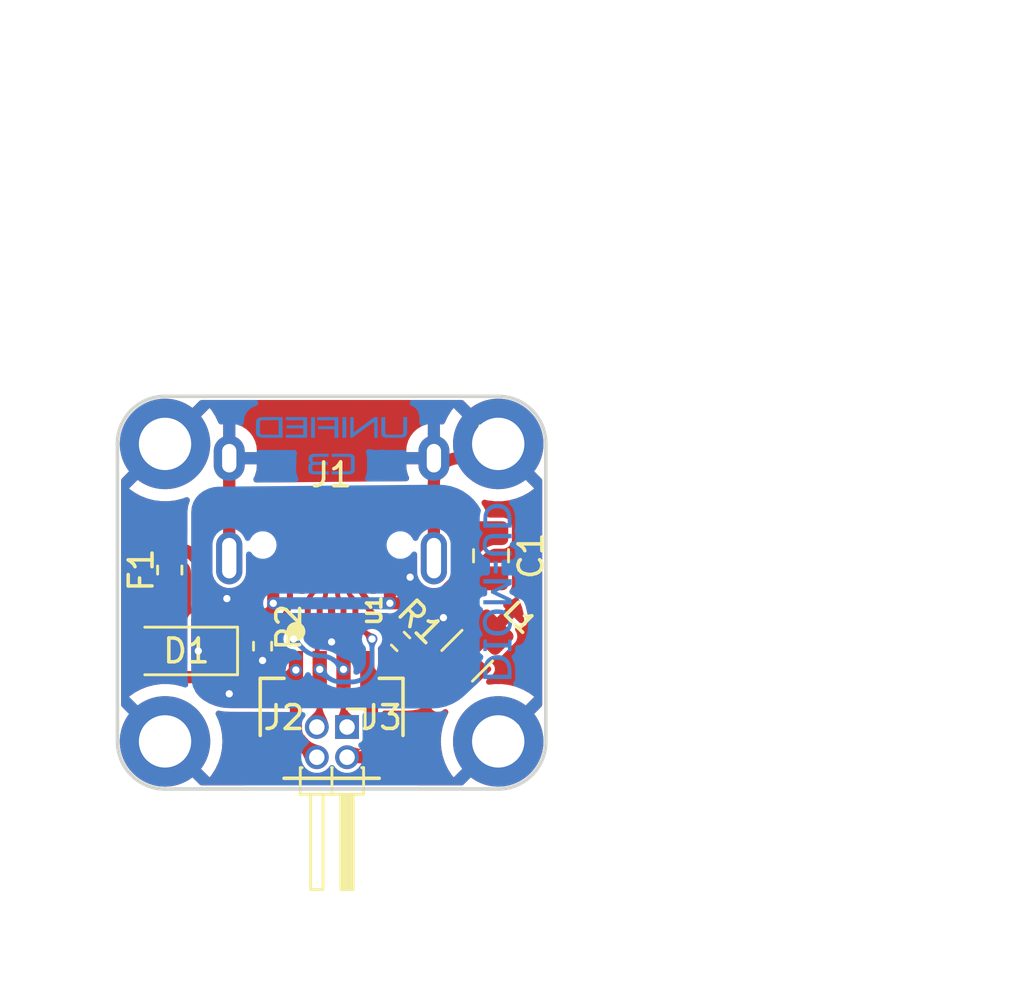
<source format=kicad_pcb>
(kicad_pcb (version 20211014) (generator pcbnew)
  (title_block (title "Unified Daughterboard") (date "2020-03-22") (rev "C3") (company "Designed by the keyboard community"))
  (layers (0 "F.Cu" signal) (31 "B.Cu" signal) (34 "B.Paste" user) (35 "F.Paste" user) (36 "B.SilkS" user "B.Silkscreen") (37 "F.SilkS" user "F.Silkscreen") (38 "B.Mask" user) (39 "F.Mask" user) (44 "Edge.Cuts" user))
  (net 0 "")
  (net 1 "GND")
  (net 2 "VCC")
  (net 3 "GNDPWR")
  (net 4 "Net-(J1-PadA5)")
  (net 5 "DA+")
  (net 6 "Net-(J1-PadB5)")
  (net 7 "DA-")
  (net 8 "VBUS")
  (net 11 "GNDREF")
  (footprint "MountingHole:MountingHole_2.2mm_M2_DIN965_Pad_TopBottom" (layer "F.Cu") (at 68.0045 71.043)
    (fp_text reference "H2")
    (fp_text value "MountingHole_Pad")
  )
  (footprint "acheron_Components:USON-10_2.5x1.0mm_P0.5mm" (layer "F.Cu") (at 75.0025 66.0264 90)
    (fp_text reference "U1")
    (fp_text value "TPD4E05U06DQAR")
  )
  (footprint "MountingHole:MountingHole_2.2mm_M2_DIN965_Pad_TopBottom" (layer "F.Cu") (at 82.0045 71.043)
    (fp_text reference "H3")
    (fp_text value "MountingHole_Pad")
  )
  (footprint "Capacitor_SMD:C_0805_2012Metric" (layer "F.Cu") (at 81.7025 63.243 -90)
    (fp_text reference "C1")
    (fp_text value "10u")
  )
  (footprint "MountingHole:MountingHole_2.2mm_M2_DIN965_Pad_TopBottom" (layer "F.Cu") (at 68.0045 58.543)
    (fp_text reference "H1")
    (fp_text value "MountingHole_Pad")
  )
  (footprint "MountingHole:MountingHole_2.2mm_M2_DIN965_Pad_TopBottom" (layer "F.Cu") (at 82.0045 58.543)
    (fp_text reference "H4")
    (fp_text value "MountingHole_Pad")
  )
  (footprint "Fuse:Fuse_0603_1608Metric_Pad1.05x0.95mm_HandSolder" (layer "F.Cu") (at 68.2025 63.843 -90)
    (fp_text reference "F1")
    (fp_text value "ASMD1206-150")
  )
  (footprint "acheron_Connectors:TYPE-C-31-M-12" (layer "F.Cu") (at 75.0025 64.843 180)
    (fp_text reference "J1")
    (fp_text value "TYPE-C-31-M12_13")
  )
  (footprint "random-keyboard-parts:JST-SR-4" (layer "F.Cu") (at 75.0045 72.793)
    (fp_text reference "J2")
    (fp_text value "SM04B-SRSS-TB(LF)(SN)")
  )
  (footprint "Resistor_SMD:R_0402_1005Metric_Pad0.72x0.64mm_HandSolder" (layer "F.Cu") (at 77.9025 66.843 -45)
    (fp_text reference "R1")
    (fp_text value "5.1k")
  )
  (footprint "Diode_SMD:D_SOD-123" (layer "F.Cu") (at 68.8025 67.243 180)
    (fp_text reference "D1")
    (fp_text value "SMF9.0CA")
  )
  (footprint "Connector_PinHeader_1.27mm:PinHeader_2x02_P1.27mm_Horizontal" (layer "F.Cu") (at 75.6525 70.438 -90)
    (fp_text reference "J3")
    (fp_text value "Conn_02x02_Odd_Even")
  )
  (footprint "Resistor_SMD:R_0402_1005Metric_Pad0.72x0.64mm_HandSolder" (layer "F.Cu") (at 72.1025 67.043 -90)
    (fp_text reference "R2")
    (fp_text value "5.1k")
  )
  (footprint "Inductor_SMD:L_1206_3216Metric" (layer "F.Cu") (at 80.7025 67.443 45)
    (fp_text reference "L1")
    (fp_text value "60R@100MHz")
  )
  (footprint "Unified-Daughterboard-Logo:Unified-Daughterboard-Name.pretty" (layer "B.Cu") (at 75.0025 58.62 180)
    (fp_text reference "G2" hide)
    (fp_text value "Unified-Daughterboard-Name" hide)
  )
  (gr_poly (pts (xy 81.990916 61.071361) (xy 82.011406 61.072133) (xy 82.031538 61.07342) (xy 82.051314 61.075222) (xy 82.070732 61.077538) (xy 82.089792 61.080369) (xy 82.108496 61.083715) (xy 82.126842 61.087575) (xy 82.144831 61.09195) (xy 82.162462 61.096841) (xy 82.179736 61.102245) (xy 82.196653 61.108165) (xy 82.213213 61.114599) (xy 82.229415 61.121548) (xy 82.24526 61.129012) (xy 82.260748 61.136991) (xy 82.275866 61.14543) (xy 82.290603 61.154275) (xy 82.304958 61.163525) (xy 82.318932 61.173181) (xy 82.332524 61.183243) (xy 82.345734 61.19371) (xy 82.358564 61.204584) (xy 82.371011 61.215863) (xy 82.383077 61.227547) (xy 82.394762 61.239638) (xy 82.406065 61.252134) (xy 82.416987 61.265036) (xy 82.427527 61.278343) (xy 82.437686 61.292057) (xy 82.447463 61.306176) (xy 82.456859 61.320701) (xy 82.462115 61.329445) (xy 82.467227 61.338432) (xy 82.477013 61.357133) (xy 82.486218 61.376802) (xy 82.494842 61.39744) (xy 82.502884 61.419047) (xy 82.510345 61.441623) (xy 82.517225 61.465168) (xy 82.523523 61.489682) (xy 82.529337 61.515577) (xy 82.534375 61.543651) (xy 82.538638 61.573906) (xy 82.542126 61.606341) (xy 82.544839 61.640956) (xy 82.546777 61.677751) (xy 82.547939 61.716727) (xy 82.548327 61.757882) (xy 82.548327 62.046237) (xy 81.394138 62.046237) (xy 81.394138 61.892759) (xy 81.525909 61.892759) (xy 82.41655 61.892759) (xy 82.41655 61.748582) (xy 82.416308 61.722311) (xy 82.415581 61.696986) (xy 82.41437 61.672605) (xy 82.412675 61.649169) (xy 82.410495 61.626678) (xy 82.40783 61.605131) (xy 82.404681 61.584529) (xy 82.401048 61.564872) (xy 82.399114 61.555313) (xy 82.396991 61.545821) (xy 82.394681 61.536395) (xy 82.392183 61.527036) (xy 82.389498 61.517743) (xy 82.386624 61.508517) (xy 82.383563 61.499358) (xy 82.380314 61.490265) (xy 82.376877 61.481239) (xy 82.373253 61.47228) (xy 82.36944 61.463387) (xy 82.36544 61.45456) (xy 82.361253 61.445801) (xy 82.356877 61.437107) (xy 82.352314 61.428481) (xy 82.347563 61.419921) (xy 82.340723 61.408379) (xy 82.333574 61.3972) (xy 82.326116 61.386384) (xy 82.318349 61.375931) (xy 82.310274 61.365842) (xy 82.30189 61.356117) (xy 82.293196 61.346754) (xy 82.284194 61.337755) (xy 82.274884 61.32912) (xy 82.265264 61.320847) (xy 82.255335 61.312938) (xy 82.245098 61.305393) (xy 82.234552 61.298211) (xy 82.223697 61.291392) (xy 82.212533 61.284936) (xy 82.20106 61.278844) (xy 82.189267 61.273118) (xy 82.17714 61.267762) (xy 82.16468 61.262775) (xy 82.151888 61.258157) (xy 82.138762 61.253909) (xy 82.125303 61.25003) (xy 82.111511 61.246521) (xy 82.097386 61.243381) (xy 82.082927 61.24061) (xy 82.068136 61.238209) (xy 82.053012 61.236177) (xy 82.037554 61.234515) (xy 82.021764 61.233222) (xy 82.00564 61.232298) (xy 81.989184 61.231744) (xy 81.972394 61.231559) (xy 81.972394 61.23156) (xy 81.95571 61.23173) (xy 81.939378 61.232239) (xy 81.923397 61.233086) (xy 81.907767 61.234273) (xy 81.892488 61.2358) (xy 81.87756 61.237665) (xy 81.862984 61.239869) (xy 81.848759 61.242413) (xy 81.834885 61.245295) (xy 81.821363 61.248517) (xy 81.808191 61.252078) (xy 81.795371 61.255978) (xy 81.782902 61.260217) (xy 81.770784 61.264795) (xy 81.759018 61.269712) (xy 81.747602 61.274969) (xy 81.736499 61.280468) (xy 81.725668 61.286305) (xy 81.71511 61.292482) (xy 81.704824 61.298998) (xy 81.694811 61.305853) (xy 81.68507 61.313048) (xy 81.675602 61.320581) (xy 81.666406 61.328453) (xy 81.657483 61.336665) (xy 81.648832 61.345216) (xy 81.640453 61.354106) (xy 81.632348 61.363335) (xy 81.624514 61.372903) (xy 81.616953 61.382811) (xy 81.609665 61.393057) (xy 81.602649 61.403643) (xy 81.597235 61.412321) (xy 81.592039 61.421108) (xy 81.587061 61.430004) (xy 81.582302 61.439009) (xy 81.57776 61.448122) (xy 81.573436 61.457345) (xy 81.56933 61.466677) (xy 81.565442 61.476118) (xy 81.561772 61.485668) (xy 81.55832 61.495327) (xy 81.555086 61.505095) (xy 81.55207 61.514972) (xy 81.549273 61.524958) (xy 81.546693 61.535053) (xy 81.544331 61.545257) (xy 81.542187 61.55557) (xy 81.538373 61.57656) (xy 81.535066 61.598445) (xy 81.532268 61.621228) (xy 81.529979 61.644906) (xy 81.528199 61.669481) (xy 81.526927 61.694951) (xy 81.526164 61.721318) (xy 81.525909 61.748582) (xy 81.525909 61.892759) (xy 81.394138 61.892759) (xy 81.394138 61.754782) (xy 81.394477 61.716025) (xy 81.395494 61.679206) (xy 81.39719 61.644325) (xy 81.399564 61.611381) (xy 81.402616 61.580376) (xy 81.406347 61.551308) (xy 81.410755 61.524178) (xy 81.415842 61.498986) (xy 81.418661 61.48685) (xy 81.421692 61.474859) (xy 81.424934 61.463014) (xy 81.428389 61.451314) (xy 81.432056 61.439759) (xy 81.435934 61.42835) (xy 81.440025 61.417086) (xy 81.444328 61.405968) (xy 81.448842 61.394994) (xy 81.453569 61.384167) (xy 81.458507 61.373484) (xy 81.463658 61.362947) (xy 81.46902 61.352555) (xy 81.474595 61.342309) (xy 81.480381 61.332208) (xy 81.486379 61.322252) (xy 81.49542 61.308188) (xy 81.50491 61.29448) (xy 81.514847 61.28113) (xy 81.525233 61.268137) (xy 81.536066 61.255502) (xy 81.547348 61.243224) (xy 81.559078 61.231303) (xy 81.571257 61.219739) (xy 81.583883 61.208533) (xy 81.596958 61.197683) (xy 81.61048 61.187192) (xy 81.624451 61.177057) (xy 81.63887 61.16728) (xy 81.653737 61.15786) (xy 81.669052 61.148798) (xy 81.684815 61.140092) (xy 81.700918 61.131739) (xy 81.71725 61.123924) (xy 81.733813 61.116648) (xy 81.750605 61.109911) (xy 81.767628 61.103713) (xy 81.784881 61.098054) (xy 81.802364 61.092934) (xy 81.820077 61.088353) (xy 81.838021 61.084311) (xy 81.856194 61.080807) (xy 81.874598 61.077843) (xy 81.893232 61.075418) (xy 81.912096 61.073532) (xy 81.93119 61.072184) (xy 81.950514 61.071376) (xy 81.970068 61.071106) (xy 81.970068 61.071104)) (layer "B.Cu") (width 0.03) (fill solid))
  (gr_poly (pts (xy 82.548322 62.492708) (xy 81.846042 62.492708) (xy 81.825344 62.492914) (xy 81.805493 62.493532) (xy 81.78649 62.494562) (xy 81.768334 62.496004) (xy 81.751027 62.497859) (xy 81.734567 62.500125) (xy 81.718955 62.502803) (xy 81.70419 62.505893) (xy 81.697166 62.507513) (xy 81.690238 62.509272) (xy 81.683407 62.511171) (xy 81.676673 62.513209) (xy 81.670036 62.515386) (xy 81.663496 62.517702) (xy 81.657053 62.520158) (xy 81.650706 62.522753) (xy 81.644456 62.525487) (xy 81.638304 62.52836) (xy 81.632248 62.531373) (xy 81.626289 62.534525) (xy 81.620427 62.537816) (xy 81.614662 62.541247) (xy 81.608994 62.544817) (xy 81.603423 62.548526) (xy 81.597128 62.552977) (xy 81.591033 62.55761) (xy 81.585137 62.562424) (xy 81.579442 62.56742) (xy 81.573946 62.572598) (xy 81.56865 62.577957) (xy 81.563555 62.583498) (xy 81.558658 62.589221) (xy 81.553962 62.595125) (xy 81.549466 62.601211) (xy 81.545169 62.607479) (xy 81.541072 62.613929) (xy 81.537175 62.62056) (xy 81.533478 62.627373) (xy 81.529981 62.634367) (xy 81.526683 62.641543) (xy 81.523679 62.648907) (xy 81.520869 62.656465) (xy 81.518253 62.664217) (xy 81.515831 62.672162) (xy 81.513602 62.680301) (xy 81.511567 62.688634) (xy 81.509726 62.69716) (xy 81.508079 62.705881) (xy 81.506625 62.714795) (xy 81.505365 62.723903) (xy 81.504299 62.733205) (xy 81.503427 62.7427) (xy 81.502749 62.75239) (xy 81.502264 62.762273) (xy 81.501877 62.78262) (xy 81.501977 62.7928) (xy 81.502276 62.802798) (xy 81.502776 62.812614) (xy 81.503475 62.822249) (xy 81.504375 62.831702) (xy 81.505474 62.840973) (xy 81.506773 62.850063) (xy 81.508271 62.858971) (xy 81.50997 62.867697) (xy 81.511869 62.876242) (xy 81.513967 62.884605) (xy 81.516265 62.892786) (xy 81.518763 62.900786) (xy 81.521461 62.908604) (xy 81.524359 62.916241) (xy 81.527457 62.923695) (xy 81.530751 62.930868) (xy 81.534239 62.937854) (xy 81.537921 62.944652) (xy 81.541797 62.951262) (xy 81.545867 62.957684) (xy 81.55013 62.963918) (xy 81.554587 62.969965) (xy 81.559238 62.975824) (xy 81.564083 62.981496) (xy 81.569121 62.986979) (xy 81.574353 62.992275) (xy 81.579779 62.997383) (xy 81.585399 63.002304) (xy 81.591212 63.007036) (xy 81.597219 63.011581) (xy 81.60342 63.015938) (xy 81.608983 63.01965) (xy 81.614624 63.023228) (xy 81.620344 63.026673) (xy 81.626143 63.029985) (xy 81.63202 63.033164) (xy 81.637976 63.03621) (xy 81.644011 63.039123) (xy 81.650124 63.041902) (xy 81.656316 63.044549) (xy 81.662587 63.047062) (xy 81.668937 63.049442) (xy 81.675365 63.051689) (xy 81.681872 63.053803) (xy 81.688457 63.055784) (xy 81.695122 63.057632) (xy 81.701865 63.059347) (xy 81.716047 63.062254) (xy 81.731465 63.064774) (xy 81.748118 63.066906) (xy 81.766007 63.068651) (xy 81.785132 63.070008) (xy 81.805491 63.070977) (xy 81.827086 63.071558) (xy 81.849917 63.071752) (xy 82.548322 63.071752) (xy 82.548322 63.225231) (xy 81.857669 63.225231) (xy 81.825561 63.224807) (xy 81.794738 63.223535) (xy 81.765198 63.221416) (xy 81.736941 63.218449) (xy 81.709969 63.214633) (xy 81.68428 63.20997) (xy 81.671917 63.207321) (xy 81.659876 63.204459) (xy 81.648155 63.201386) (xy 81.636755 63.1981) (xy 81.625618 63.194476) (xy 81.614687 63.19058) (xy 81.603962 63.18641) (xy 81.593444 63.181968) (xy 81.583131 63.177254) (xy 81.573023 63.172267) (xy 81.563122 63.167008) (xy 81.553427 63.161476) (xy 81.543937 63.155671) (xy 81.534654 63.149594) (xy 81.525576 63.143245) (xy 81.516704 63.136623) (xy 81.508038 63.129728) (xy 81.499578 63.122561) (xy 81.491324 63.115122) (xy 81.483276 63.10741) (xy 81.476405 63.10043) (xy 81.469747 63.093251) (xy 81.4633 63.085872) (xy 81.457066 63.078293) (xy 81.451043 63.070515) (xy 81.445233 63.062536) (xy 81.439634 63.054358) (xy 81.434248 63.04598) (xy 81.429073 63.037402) (xy 81.42411 63.028624) (xy 81.41936 63.019646) (xy 81.414821 63.010469) (xy 81.410494 63.001091) (xy 81.40638 62.991514) (xy 81.402477 62.981737) (xy 81.398786 62.97176) (xy 81.395313 62.961574) (xy 81.392065 62.95117) (xy 81.38904 62.940548) (xy 81.386239 62.929708) (xy 81.38131 62.907374) (xy 81.377277 62.884168) (xy 81.37414 62.86009) (xy 81.3719 62.835141) (xy 81.370555 62.809319) (xy 81.370107 62.782625) (xy 81.370531 62.756488) (xy 81.371803 62.731175) (xy 81.373922 62.706685) (xy 81.3753 62.694749) (xy 81.37689 62.683019) (xy 81.378691 62.671495) (xy 81.380705 62.660176) (xy 81.38293 62.649064) (xy 81.385368 62.638157) (xy 81.388017 62.627457) (xy 81.390878 62.616962) (xy 81.393951 62.606674) (xy 81.397237 62.596591) (xy 81.400752 62.58669) (xy 81.404516 62.576946) (xy 81.408528 62.567359) (xy 81.412788 62.55793) (xy 81.417296 62.548659) (xy 81.422053 62.539544) (xy 81.427058 62.530588) (xy 81.432312 62.521789) (xy 81.437814 62.513147) (xy 81.443564 62.504663) (xy 81.449562 62.496336) (xy 81.455809 62.488166) (xy 81.462304 62.480155) (xy 81.469047 62.4723) (xy 81.476038 62.464603) (xy 81.483278 62.457064) (xy 81.49115 62.449355) (xy 81.499265 62.441924) (xy 81.507622 62.434773) (xy 81.516221 62.427899) (xy 81.525063 62.421305) (xy 81.534147 62.414989) (xy 81.543473 62.408951) (xy 81.553041 62.403192) (xy 81.562851 62.397711) (xy 81.572904 62.392509) (xy 81.583199 62.387586) (xy 81.593736 62.382941) (xy 81.604515 62.378575) (xy 81.615537 62.374487) (xy 81.6268 62.370678) (xy 81.638306 62.367147) (xy 81.662251 62.360607) (xy 81.687189 62.354938) (xy 81.71312 62.350142) (xy 81.740044 62.346217) (xy 81.767962 62.343165) (xy 81.796872 62.340985) (xy 81.826775 62.339677) (xy 81.857671 62.339241) (xy 82.548322 62.339229)) (layer "B.Cu") (width 0.03) (fill solid))
  (gr_poly (pts (xy 82.548325 64.452284) (xy 81.90573 64.749938) (xy 82.548325 65.057672) (xy 82.548325 65.266961) (xy 81.394135 65.266961) (xy 81.394135 65.123557) (xy 82.388645 65.123557) (xy 81.711945 64.804972) (xy 81.711945 64.713507) (xy 82.388645 64.392598) (xy 81.394135 64.392598) (xy 81.394135 64.239119) (xy 82.548325 64.239119)) (layer "B.Cu") (width 0.03) (fill solid))
  (gr_poly (pts (xy 81.96929 63.965492) (xy 81.82899 63.965492) (xy 81.82899 63.481804) (xy 81.96929 63.481804)) (layer "B.Cu") (width 0.03) (fill solid))
  (gr_poly (pts (xy 82.006026 65.510948) (xy 82.040266 65.512728) (xy 82.07356 65.515696) (xy 82.089854 65.517624) (xy 82.105911 65.51985) (xy 82.121731 65.522372) (xy 82.137316 65.525191) (xy 82.152664 65.528307) (xy 82.167777 65.53172) (xy 82.182653 65.535429) (xy 82.197293 65.539435) (xy 82.211697 65.543738) (xy 82.225864 65.548337) (xy 82.239778 65.553118) (xy 82.253419 65.558159) (xy 82.266787 65.563461) (xy 82.279883 65.569023) (xy 82.292706 65.574846) (xy 82.305257 65.580929) (xy 82.317535 65.587273) (xy 82.329541 65.593877) (xy 82.341274 65.600741) (xy 82.352734 65.607866) (xy 82.363923 65.615251) (xy 82.374838 65.622897) (xy 82.385481 65.630803) (xy 82.395851 65.638969) (xy 82.405949 65.647396) (xy 82.415775 65.656083) (xy 82.415772 65.656083) (xy 82.425034 65.664825) (xy 82.434024 65.673803) (xy 82.442741 65.683017) (xy 82.451186 65.692468) (xy 82.459358 65.702154) (xy 82.467258 65.712077) (xy 82.474885 65.722235) (xy 82.48224 65.73263) (xy 82.489322 65.743261) (xy 82.496132 65.754129) (xy 82.502669 65.765232) (xy 82.508934 65.776571) (xy 82.514926 65.788147) (xy 82.520646 65.799959) (xy 82.526093 65.812007) (xy 82.531268 65.824291) (xy 82.536243 65.836696) (xy 82.540898 65.849301) (xy 82.545231 65.862106) (xy 82.549243 65.87511) (xy 82.552934 65.888315) (xy 82.556304 65.90172) (xy 82.559354 65.915324) (xy 82.562082 65.929129) (xy 82.564489 65.943133) (xy 82.566575 65.957337) (xy 82.568341 65.971741) (xy 82.569785 65.986344) (xy 82.570908 66.001148) (xy 82.571711 66.016151) (xy 82.572192 66.031354) (xy 82.572353 66.046757) (xy 82.572195 66.061609) (xy 82.571723 66.076322) (xy 82.570936 66.090895) (xy 82.569833 66.105329) (xy 82.568416 66.119623) (xy 82.566684 66.133779) (xy 82.564638 66.147795) (xy 82.562276 66.161672) (xy 82.559599 66.175409) (xy 82.556607 66.189007) (xy 82.553301 66.202467) (xy 82.549679 66.215786) (xy 82.545743 66.228967) (xy 82.541492 66.242008) (xy 82.536925 66.254911) (xy 82.532044 66.267674) (xy 82.526866 66.280142) (xy 82.52141 66.292356) (xy 82.515675 66.304316) (xy 82.509661 66.316022) (xy 82.503369 66.327473) (xy 82.496799 66.33867) (xy 82.489949 66.349613) (xy 82.482822 66.360302) (xy 82.475415 66.370736) (xy 82.467731 66.380915) (xy 82.459767 66.390841) (xy 82.451525 66.400512) (xy 82.443005 66.409929) (xy 82.434206 66.419091) (xy 82.425128 66.427999) (xy 82.415772 66.436653) (xy 82.405665 66.445434) (xy 82.395304 66.453948) (xy 82.384688 66.462196) (xy 82.373818 66.470178) (xy 82.362693 66.477893) (xy 82.351314 66.485342) (xy 82.339681 66.492524) (xy 82.327794 66.49944) (xy 82.315652 66.506089) (xy 82.303256 66.512472) (xy 82.290605 66.518589) (xy 82.2777 66.524439) (xy 82.264541 66.530022) (xy 82.251127 66.535339) (xy 82.237459 66.54039) (xy 82.223537 66.545175) (xy 82.195171 66.553895) (xy 82.165885 66.561452) (xy 82.135679 66.567847) (xy 82.104552 66.57308) (xy 82.072504 66.577149) (xy 82.039536 66.580056) (xy 82.005648 66.5818) (xy 81.97084 66.582382) (xy 81.935486 66.5818) (xy 81.901125 66.580056) (xy 81.867757 66.577149) (xy 81.851446 66.57526) (xy 81.835383 66.57308) (xy 81.819568 66.570609) (xy 81.804002 66.567847) (xy 81.788684 66.564795) (xy 81.773614 66.561452) (xy 81.758792 66.557819) (xy 81.744219 66.553895) (xy 81.729894 66.54968) (xy 81.715817 66.545175) (xy 81.702001 66.540302) (xy 81.688457 66.535182) (xy 81.675186 66.529813) (xy 81.662187 66.524196) (xy 81.64946 66.518331) (xy 81.637007 66.512218) (xy 81.624825 66.505856) (xy 81.612917 66.499246) (xy 81.60128 66.492388) (xy 81.589916 66.485281) (xy 81.578825 66.477927) (xy 81.568006 66.470324) (xy 81.55746 66.462472) (xy 81.547187 66.454373) (xy 81.537185 66.446025) (xy 81.527457 66.437428) (xy 81.518007 66.428593) (xy 81.508842 66.419528) (xy 81.499961 66.410232) (xy 81.491365 66.400706) (xy 81.483054 66.39095) (xy 81.475027 66.380964) (xy 81.467285 66.370748) (xy 81.459827 66.360302) (xy 81.452654 66.349626) (xy 81.445766 66.338719) (xy 81.439162 66.327583) (xy 81.432842 66.316216) (xy 81.426808 66.304619) (xy 81.421058 66.292792) (xy 81.415592 66.280735) (xy 81.410411 66.268447) (xy 81.40553 66.255863) (xy 81.400964 66.243109) (xy 81.396713 66.230186) (xy 81.392777 66.217093) (xy 81.389156 66.203831) (xy 81.38585 66.190399) (xy 81.382858 66.176798) (xy 81.380181 66.163027) (xy 81.37782 66.149086) (xy 81.375773 66.134976) (xy 81.374041 66.120697) (xy 81.372624 66.106248) (xy 81.371522 66.091629) (xy 81.370735 66.076841) (xy 81.370262 66.061884) (xy 81.370105 66.046757) (xy 81.370113 66.045979) (xy 81.502655 66.045979) (xy 81.503124 66.067216) (xy 81.504532 66.087909) (xy 81.506879 66.108056) (xy 81.510164 66.127659) (xy 81.514388 66.146717) (xy 81.519551 66.165229) (xy 81.525652 66.183197) (xy 81.532692 66.20062) (xy 81.540671 66.217497) (xy 81.549588 66.23383) (xy 81.559444 66.249618) (xy 81.570238 66.26486) (xy 81.581971 66.279558) (xy 81.594643 66.29371) (xy 81.608253 66.307318) (xy 81.622802 66.320381) (xy 81.638332 66.332771) (xy 81.654692 66.344361) (xy 81.671881 66.355153) (xy 81.6899 66.365145) (xy 81.708749 66.374337) (xy 81.728427 66.382731) (xy 81.748935 66.390325) (xy 81.770273 66.39712) (xy 81.79244 66.403115) (xy 81.815437 66.408311) (xy 81.839264 66.412708) (xy 81.86392 66.416305) (xy 81.889406 66.419103) (xy 81.915722 66.421101) (xy 81.942867 66.4223) (xy 81.970842 66.4227) (xy 81.998538 66.422309) (xy 82.025429 66.421138) (xy 82.051514 66.419184) (xy 82.076794 66.41645) (xy 82.101269 66.412935) (xy 82.124938 66.408638) (xy 82.147802 66.40356) (xy 82.16986 66.397701) (xy 82.191113 66.391061) (xy 82.211561 66.383639) (xy 82.231203 66.375437) (xy 82.25004 66.366453) (xy 82.268071 66.356688) (xy 82.285297 66.346142) (xy 82.301717 66.334815) (xy 82.317332 66.322706) (xy 82.332163 66.309816) (xy 82.346037 66.296338) (xy 82.358954 66.282274) (xy 82.370914 66.267621) (xy 82.381918 66.252382) (xy 82.391964 66.236555) (xy 82.401054 66.220141) (xy 82.409187 66.203139) (xy 82.416363 66.18555) (xy 82.422582 66.167374) (xy 82.427845 66.14861) (xy 82.43215 66.129259) (xy 82.435499 66.10932) (xy 82.437891 66.088794) (xy 82.439326 66.06768) (xy 82.439805 66.045979) (xy 82.439326 66.024465) (xy 82.437891 66.003527) (xy 82.435499 65.983165) (xy 82.43215 65.963377) (xy 82.427845 65.944165) (xy 82.422582 65.925529) (xy 82.416363 65.907467) (xy 82.409187 65.889981) (xy 82.401054 65.87307) (xy 82.391964 65.856735) (xy 82.381918 65.840975) (xy 82.370914 65.82579) (xy 82.358954 65.81118) (xy 82.346037 65.797146) (xy 82.332163 65.783687) (xy 82.317332 65.770803) (xy 82.301717 65.758601) (xy 82.285297 65.747186) (xy 82.268071 65.736558) (xy 82.25004 65.726717) (xy 82.231203 65.717664) (xy 82.211561 65.709398) (xy 82.191113 65.701919) (xy 82.16986 65.695227) (xy 82.147802 65.689323) (xy 82.124938 65.684206) (xy 82.101269 65.679876) (xy 82.076794 65.676334) (xy 82.051514 65.673578) (xy 82.025429 65.67161) (xy 81.998538 65.670429) (xy 81.970842 65.670036) (xy 81.970842 65.670033) (xy 81.942867 65.670433) (xy 81.915722 65.671632) (xy 81.889406 65.673631) (xy 81.86392 65.676428) (xy 81.839264 65.680025) (xy 81.815437 65.684422) (xy 81.79244 65.689618) (xy 81.770273 65.695613) (xy 81.748935 65.702408) (xy 81.728427 65.710002) (xy 81.708749 65.718395) (xy 81.6899 65.727588) (xy 81.671881 65.73758) (xy 81.654692 65.748372) (xy 81.638332 65.759962) (xy 81.622802 65.772353) (xy 81.608253 65.785321) (xy 81.594643 65.798841) (xy 81.581971 65.812912) (xy 81.570238 65.827534) (xy 81.559444 65.842707) (xy 81.549588 65.858431) (xy 81.540671 65.874706) (xy 81.532692 65.891532) (xy 81.525652 65.908909) (xy 81.519551 65.926837) (xy 81.514388 65.945317) (xy 81.510164 65.964347) (xy 81.506879 65.983928) (xy 81.504532 66.004061) (xy 81.503124 66.024744) (xy 81.502655 66.045979) (xy 81.370113 66.045979) (xy 81.370259 66.031266) (xy 81.370723 66.015993) (xy 81.371495 66.000938) (xy 81.372576 65.986101) (xy 81.373965 65.971482) (xy 81.375664 65.957081) (xy 81.377671 65.942898) (xy 81.379988 65.928933) (xy 81.382613 65.915187) (xy 81.385547 65.901658) (xy 81.38879 65.888347) (xy 81.392342 65.875255) (xy 81.396202 65.86238) (xy 81.400372 65.849723) (xy 81.40485 65.837285) (xy 81.409637 65.825064) (xy 81.414731 65.812959) (xy 81.420126 65.80106) (xy 81.425825 65.789366) (xy 81.431826 65.777878) (xy 81.438131 65.766597) (xy 81.444737 65.755521) (xy 81.451647 65.744651) (xy 81.45886 65.733986) (xy 81.466375 65.723528) (xy 81.474193 65.713275) (xy 81.482314 65.703229) (xy 81.490737 65.693388) (xy 81.499463 65.683753) (xy 81.508492 65.674324) (xy 81.517824 65.6651) (xy 81.527459 65.656083) (xy 81.537003 65.647581) (xy 81.546837 65.639321) (xy 81.556962 65.631303) (xy 81.567378 65.623527) (xy 81.578085 65.615994) (xy 81.589082 65.608702) (xy 81.60037 65.601653) (xy 81.611949 65.594847) (xy 81.623818 65.588282) (xy 81.635978 65.58196) (xy 81.648429 65.57588) (xy 81.661171 65.570042) (xy 81.674203 65.564446) (xy 81.687526 65.559093) (xy 81.701139 65.553982) (xy 81.715044 65.549113) (xy 81.743796 65.540029) (xy 81.77347 65.532156) (xy 81.804064 65.525495) (xy 81.835579 65.520044) (xy 81.868014 65.515805) (xy 81.901369 65.512777) (xy 81.935645 65.51096) (xy 81.970842 65.510354)) (layer "B.Cu") (width 0.03) (fill solid))
  (gr_poly (pts (xy 81.990916 67.432969) (xy 82.011406 67.433741) (xy 82.031538 67.435028) (xy 82.051314 67.43683) (xy 82.070732 67.439146) (xy 82.089792 67.441977) (xy 82.108496 67.445323) (xy 82.126842 67.449183) (xy 82.144831 67.453559) (xy 82.162462 67.458449) (xy 82.179736 67.463854) (xy 82.196653 67.469773) (xy 82.213213 67.476208) (xy 82.229415 67.483157) (xy 82.24526 67.490621) (xy 82.260748 67.4986) (xy 82.275866 67.507039) (xy 82.290603 67.515884) (xy 82.304958 67.525134) (xy 82.318932 67.53479) (xy 82.332524 67.544852) (xy 82.345734 67.555319) (xy 82.358564 67.566192) (xy 82.371011 67.577471) (xy 82.383077 67.589156) (xy 82.394762 67.601247) (xy 82.406065 67.613743) (xy 82.416987 67.626645) (xy 82.427527 67.639953) (xy 82.437686 67.653666) (xy 82.447463 67.667785) (xy 82.456859 67.68231) (xy 82.462115 67.691054) (xy 82.467227 67.700041) (xy 82.477013 67.718741) (xy 82.486218 67.73841) (xy 82.494842 67.759048) (xy 82.502884 67.780655) (xy 82.510345 67.80323) (xy 82.517225 67.826775) (xy 82.523523 67.851289) (xy 82.529337 67.877184) (xy 82.534375 67.905259) (xy 82.538638 67.935514) (xy 82.542126 67.96795) (xy 82.544839 68.002565) (xy 82.546777 68.03936) (xy 82.547939 68.078335) (xy 82.548327 68.11949) (xy 82.548327 68.407842) (xy 81.394138 68.407842) (xy 81.394138 68.254366) (xy 81.525909 68.254366) (xy 82.41655 68.254366) (xy 82.41655 68.110189) (xy 82.416308 68.083919) (xy 82.415581 68.058593) (xy 82.41437 68.034212) (xy 82.412675 68.010776) (xy 82.410495 67.988285) (xy 82.40783 67.966738) (xy 82.404681 67.946136) (xy 82.401048 67.926479) (xy 82.399114 67.91692) (xy 82.396991 67.907427) (xy 82.394681 67.898001) (xy 82.392183 67.888642) (xy 82.389498 67.879349) (xy 82.386624 67.870123) (xy 82.383563 67.860964) (xy 82.380314 67.851871) (xy 82.376877 67.842845) (xy 82.373253 67.833885) (xy 82.36944 67.824992) (xy 82.36544 67.816166) (xy 82.361253 67.807406) (xy 82.356877 67.798712) (xy 82.352314 67.790086) (xy 82.347563 67.781526) (xy 82.340723 67.769984) (xy 82.333574 67.758805) (xy 82.326116 67.74799) (xy 82.318349 67.737537) (xy 82.310274 67.727449) (xy 82.30189 67.717723) (xy 82.293196 67.708361) (xy 82.284194 67.699362) (xy 82.274884 67.690727) (xy 82.265264 67.682455) (xy 82.255335 67.674546) (xy 82.245098 67.667) (xy 82.234552 67.659818) (xy 82.223697 67.652999) (xy 82.212533 67.646544) (xy 82.20106 67.640452) (xy 82.189267 67.634726) (xy 82.17714 67.629369) (xy 82.16468 67.624382) (xy 82.151888 67.619765) (xy 82.138762 67.615516) (xy 82.125303 67.611638) (xy 82.111511 67.608128) (xy 82.097386 67.604988) (xy 82.082927 67.602218) (xy 82.068136 67.599817) (xy 82.053012 67.597785) (xy 82.037554 67.596123) (xy 82.021764 67.59483) (xy 82.00564 67.593906) (xy 81.989184 67.593352) (xy 81.972394 67.593167) (xy 81.95571 67.593337) (xy 81.939378 67.593846) (xy 81.923397 67.594693) (xy 81.907767 67.59588) (xy 81.892488 67.597406) (xy 81.87756 67.599272) (xy 81.862984 67.601476) (xy 81.848759 67.604019) (xy 81.834885 67.606902) (xy 81.821363 67.610124) (xy 81.808191 67.613684) (xy 81.795371 67.617584) (xy 81.782902 67.621823) (xy 81.770784 67.626401) (xy 81.759018 67.631319) (xy 81.747602 67.636575) (xy 81.736499 67.642074) (xy 81.725668 67.647911) (xy 81.71511 67.654089) (xy 81.704824 67.660605) (xy 81.694811 67.66746) (xy 81.68507 67.674655) (xy 81.675602 67.682188) (xy 81.666406 67.690061) (xy 81.657483 67.698273) (xy 81.648832 67.706823) (xy 81.640453 67.715713) (xy 81.632348 67.724943) (xy 81.624514 67.734511) (xy 81.616953 67.744418) (xy 81.609665 67.754664) (xy 81.602649 67.76525) (xy 81.597235 67.773928) (xy 81.592039 67.782715) (xy 81.587061 67.791612) (xy 81.582302 67.800617) (xy 81.57776 67.809731) (xy 81.573436 67.818954) (xy 81.56933 67.828286) (xy 81.565442 67.837727) (xy 81.561772 67.847277) (xy 81.55832 67.856936) (xy 81.555086 67.866704) (xy 81.55207 67.876581) (xy 81.549273 67.886567) (xy 81.546693 67.896662) (xy 81.544331 67.906866) (xy 81.542187 67.917179) (xy 81.538373 67.938168) (xy 81.535066 67.960054) (xy 81.532268 67.982836) (xy 81.529979 68.006514) (xy 81.528199 68.031088) (xy 81.526927 68.056558) (xy 81.526164 68.082925) (xy 81.525909 68.110189) (xy 81.525909 68.254366) (xy 81.394138 68.254366) (xy 81.394138 68.116389) (xy 81.394477 68.077632) (xy 81.395494 68.040813) (xy 81.39719 68.005932) (xy 81.399564 67.972988) (xy 81.402616 67.941983) (xy 81.406347 67.912915) (xy 81.410755 67.885785) (xy 81.415842 67.860593) (xy 81.418661 67.848457) (xy 81.421692 67.836466) (xy 81.424934 67.824621) (xy 81.428389 67.812921) (xy 81.432056 67.801367) (xy 81.435934 67.789957) (xy 81.440025 67.778694) (xy 81.444328 67.767575) (xy 81.448842 67.756602) (xy 81.453569 67.745774) (xy 81.458507 67.735091) (xy 81.463658 67.724554) (xy 81.46902 67.714163) (xy 81.474595 67.703916) (xy 81.480381 67.693815) (xy 81.486379 67.683859) (xy 81.49542 67.669795) (xy 81.50491 67.656088) (xy 81.514847 67.642738) (xy 81.525233 67.629745) (xy 81.536066 67.617109) (xy 81.547348 67.604831) (xy 81.559078 67.59291) (xy 81.571257 67.581347) (xy 81.583883 67.57014) (xy 81.596958 67.559291) (xy 81.61048 67.548799) (xy 81.624451 67.538665) (xy 81.63887 67.528888) (xy 81.653737 67.519468) (xy 81.669052 67.510405) (xy 81.684815 67.501699) (xy 81.700918 67.493345) (xy 81.71725 67.48553) (xy 81.733813 67.478254) (xy 81.750605 67.471517) (xy 81.767628 67.465319) (xy 81.784881 67.45966) (xy 81.802364 67.45454) (xy 81.820077 67.449959) (xy 81.838021 67.445917) (xy 81.856194 67.442413) (xy 81.874598 67.439449) (xy 81.893232 67.437024) (xy 81.912096 67.435137) (xy 81.93119 67.43379) (xy 81.950514 67.432981) (xy 81.970068 67.432712)) (layer "B.Cu") (width 0.03) (fill solid))
  (gr_poly (pts (xy 81.511957 66.928868) (xy 82.430503 66.928868) (xy 82.430503 66.777714) (xy 82.548325 66.777714) (xy 82.548325 67.2335) (xy 82.430503 67.2335) (xy 82.430503 67.082347) (xy 81.511957 67.082347) (xy 81.511957 67.2335) (xy 81.394135 67.2335) (xy 81.394135 66.777714) (xy 81.511957 66.777714)) (layer "B.Cu") (width 0.03) (fill solid))
  (gr_arc (start 82.0045 56.543) (mid 83.418714 57.128786) (end 84.0045 58.543) (layer "Edge.Cuts") (width 0.15))
  (gr_line (start 82.0045 73.043) (end 68.0045 73.043) (layer "Edge.Cuts") (width 0.15))
  (gr_arc (start 68.0045 73.043) (mid 66.590286 72.457214) (end 66.0045 71.043) (layer "Edge.Cuts") (width 0.15))
  (gr_line (start 66.0045 71.043) (end 66.0045 58.543) (layer "Edge.Cuts") (width 0.15))
  (gr_arc (start 66.0045 58.543) (mid 66.590286 57.128786) (end 68.0045 56.543) (layer "Edge.Cuts") (width 0.15))
  (gr_line (start 68.0045 56.543) (end 82.0045 56.543) (layer "Edge.Cuts") (width 0.15))
  (gr_line (start 84.0045 58.543) (end 84.0045 71.043) (layer "Edge.Cuts") (width 0.15))
  (gr_arc (start 84.0045 71.043) (mid 83.418714 72.457214) (end 82.0045 73.043) (layer "Edge.Cuts") (width 0.15))
  (segment (start 78.158996 69.343) (end 77.356053 69.343) (width 0.508) (layer "F.Cu") (net 1))
  (segment (start 79.257525 68.887974) (end 79.712551 68.432949) (width 0.508) (layer "F.Cu") (net 1))
  (segment (start 76.5025 68.021414) (end 76.5025 68.489446) (width 0.508) (layer "F.Cu") (net 1))
  (segment (start 76.6035 68.117) (end 76.5055 68.019) (width 0.508) (layer "F.Cu") (net 1))
  (segment (start 76.7025 71.255616) (end 76.7025 68.356007) (width 0.508) (layer "F.Cu") (net 1))
  (segment (start 76.250116 71.708) (end 75.6525 71.708) (width 0.508) (layer "F.Cu") (net 1))
  (arc (start 76.5025 68.489446) (mid 76.567472 68.816087) (end 76.7525 69.093) (width 0.508) (layer "F.Cu") (net 1))
  (arc (start 76.57 71.5755) (mid 76.423236 71.673564) (end 76.250116 71.708) (width 0.508) (layer "F.Cu") (net 1))
  (arc (start 76.7525 69.093) (mid 77.029412 69.278027) (end 77.356053 69.343) (width 0.508) (layer "F.Cu") (net 1))
  (arc (start 76.7025 71.255616) (mid 76.668064 71.428736) (end 76.57 71.5755) (width 0.508) (layer "F.Cu") (net 1))
  (arc (start 76.5035 68.019) (mid 76.502759 68.020107) (end 76.5025 68.021414) (width 0.508) (layer "F.Cu") (net 1))
  (arc (start 79.257525 68.887974) (mid 78.753515 69.224742) (end 78.158996 69.343) (width 0.508) (layer "F.Cu") (net 1))
  (arc (start 76.6035 68.117) (mid 76.67677 68.226657) (end 76.7025 68.356007) (width 0.508) (layer "F.Cu") (net 1))
  (arc (start 76.5055 68.019) (mid 76.5045 68.018585) (end 76.5035 68.019) (width 0.508) (layer "F.Cu") (net 1))
  (segment (start 73.2525 68.293) (end 73.5025 68.043) (width 0.508) (layer "F.Cu") (net 2))
  (segment (start 71.261078 68.343) (end 69.030317 68.343) (width 0.508) (layer "F.Cu") (net 2))
  (segment (start 72.648946 68.543) (end 71.743921 68.543) (width 0.508) (layer "F.Cu") (net 2))
  (segment (start 68.158305 64.887194) (end 67.629797 65.415702) (width 0.508) (layer "F.Cu") (net 2))
  (segment (start 68.2025 64.7805) (end 68.2025 64.718) (width 0.508) (layer "F.Cu") (net 2))
  (segment (start 67.7025 67.793) (end 67.629797 67.720297) (width 0.508) (layer "F.Cu") (net 2))
  (segment (start 73.73934 71.06484) (end 74.3825 71.708) (width 0.508) (layer "F.Cu") (net 2))
  (segment (start 73.501989 70.491824) (end 73.501989 68.020511) (width 0.508) (layer "F.Cu") (net 2))
  (via (at 73.5025 68.043) (size 0.508) (drill 0.3048) (layers "F.Cu" "B.Cu") (net 2))
  (arc (start 71.5025 68.443) (mid 71.391734 68.368989) (end 71.261078 68.343) (width 0.508) (layer "F.Cu") (net 2))
  (arc (start 68.2025 64.7805) (mid 68.191014 64.838242) (end 68.158305 64.887194) (width 0.508) (layer "F.Cu") (net 2))
  (arc (start 67.629797 65.415702) (mid 67.276545 65.944381) (end 67.1525 66.568) (width 0.508) (layer "F.Cu") (net 2))
  (arc (start 73.501989 70.491824) (mid 73.563675 70.801938) (end 73.73934 71.06484) (width 0.508) (layer "F.Cu") (net 2))
  (arc (start 67.1525 66.568) (mid 67.276545 67.191618) (end 67.629797 67.720297) (width 0.508) (layer "F.Cu") (net 2))
  (arc (start 71.5025 68.443) (mid 71.613264 68.51701) (end 71.743921 68.543) (width 0.508) (layer "F.Cu") (net 2))
  (arc (start 73.2525 68.293) (mid 72.975587 68.478027) (end 72.648946 68.543) (width 0.508) (layer "F.Cu") (net 2))
  (arc (start 67.7025 67.793) (mid 68.311707 68.200059) (end 69.030317 68.343) (width 0.508) (layer "F.Cu") (net 2))
  (segment (start 70.7025 63.343) (end 70.7025 59.143) (width 0.508) (layer "F.Cu") (net 3))
  (segment (start 79.3245 59.143) (end 79.3245 59.283) (width 0.508) (layer "F.Cu") (net 3))
  (segment (start 80.980235 59.143) (end 80.3535 59.143) (width 0.508) (layer "F.Cu") (net 3))
  (segment (start 79.3025 60.194) (end 79.3025 63.343) (width 0.508) (layer "F.Cu") (net 3))
  (segment (start 68.0045 71.043) (end 68.0045 70.95) (width 0.508) (layer "F.Cu") (net 3))
  (segment (start 81.7045 58.843) (end 82.0045 58.543) (width 0.508) (layer "F.Cu") (net 3))
  (arc (start 81.7045 58.843) (mid 81.372204 59.065032) (end 80.980235 59.143) (width 0.508) (layer "F.Cu") (net 3))
  (arc (start 80.3535 59.143) (mid 79.61033 59.45083) (end 79.3025 60.194) (width 0.508) (layer "F.Cu") (net 3))
  (segment (start 76.495202 65.243) (end 76.495202 65.221915) (width 0.254) (layer "F.Cu") (net 4))
  (segment (start 76.2545 64.372737) (end 76.2545 64.238) (width 0.254) (layer "F.Cu") (net 4))
  (segment (start 76.631462 65.571962) (end 77.480004 66.420504) (width 0.254) (layer "F.Cu") (net 4))
  (segment (start 76.2525 64.63598) (end 76.2525 63.568) (width 0.254) (layer "F.Cu") (net 4))
  (segment (start 76.243 64.400499) (end 76.231501 64.411999) (width 0.254) (layer "F.Cu") (net 4))
  (arc (start 76.2545 64.372737) (mid 76.251511 64.387761) (end 76.243 64.400499) (width 0.254) (layer "F.Cu") (net 4))
  (arc (start 76.2525 64.63598) (mid 76.284038 64.794533) (end 76.373851 64.928948) (width 0.254) (layer "F.Cu") (net 4))
  (arc (start 76.495202 65.243) (mid 76.530614 65.421033) (end 76.631462 65.571962) (width 0.254) (layer "F.Cu") (net 4))
  (arc (start 76.373851 64.928948) (mid 76.463663 65.063362) (end 76.495202 65.221915) (width 0.254) (layer "F.Cu") (net 4))
  (segment (start 75.2565 64.843429) (end 75.2565 63.568) (width 0.2) (layer "F.Cu") (net 5))
  (segment (start 73.4025 66.743) (end 73.639206 66.506293) (width 0.2) (layer "F.Cu") (net 5))
  (segment (start 75.5045 68.018) (end 75.5045 70.185348) (width 0.2) (layer "F.Cu") (net 5))
  (segment (start 75.5025 66.572289) (end 75.5025 66.5272) (width 0.2) (layer "F.Cu") (net 5))
  (segment (start 75.5785 70.364) (end 75.5025 70.288) (width 0.1524) (layer "F.Cu") (net 5))
  (segment (start 73.8982 66.4114) (end 73.8683 66.4114) (width 0.2) (layer "F.Cu") (net 5))
  (segment (start 74.0025 66.3071) (end 74.0025 65.9406) (width 0.2) (layer "F.Cu") (net 5))
  (segment (start 74.0025 66.3071) (end 74.0025 66.5157) (width 0.2) (layer "F.Cu") (net 5))
  (segment (start 74.0025 66.5157) (end 74.0025 66.62) (width 0.254) (layer "F.Cu") (net 5))
  (segment (start 74.0025 65.219776) (end 74.0025 65.3422) (width 0.2) (layer "F.Cu") (net 5))
  (segment (start 75.5025 65.452389) (end 75.5025 65.830411) (width 0.2) (layer "F.Cu") (net 5))
  (segment (start 75.5045 68.018) (end 75.5535 67.969) (width 0.2) (layer "F.Cu") (net 5))
  (segment (start 75.6025 66.81371) (end 75.6025 67.850703) (width 0.2) (layer "F.Cu") (net 5))
  (segment (start 74.2525 64.616223) (end 74.2525 63.568) (width 0.2) (layer "F.Cu") (net 5))
  (segment (start 74.0025 65.3422) (end 74.0025 65.9406) (width 0.2) (layer "F.Cu") (net 5))
  (segment (start 75.5025 66.2956) (end 75.5025 66.5272) (width 0.2) (layer "F.Cu") (net 5))
  (segment (start 75.5025 65.437326) (end 75.5025 65.452389) (width 0.2) (layer "F.Cu") (net 5))
  (segment (start 75.5025 65.830411) (end 75.5025 66.2956) (width 0.2) (layer "F.Cu") (net 5))
  (segment (start 75.5045 68.018) (end 75.5025 68.016) (width 0.254) (layer "F.Cu") (net 5))
  (via (at 75.5025 68.016) (size 0.508) (drill 0.3048) (layers "F.Cu" "B.Cu") (net 5))
  (via (at 73.4025 66.743) (size 0.45) (drill 0.3048) (layers "F.Cu" "B.Cu") (net 5))
  (arc (start 75.6025 67.850703) (mid 75.589765 67.914724) (end 75.5535 67.969) (width 0.2) (layer "F.Cu") (net 5))
  (arc (start 75.5045 68.018) (mid 75.5045 68.018) (end 75.5045 68.018) (width 0.254) (layer "F.Cu") (net 5))
  (arc (start 75.5785 70.364) (mid 75.5785 70.364) (end 75.5785 70.364) (width 0.2) (layer "F.Cu") (net 5))
  (arc (start 75.5045 68.018) (mid 75.5045 68.018) (end 75.5045 68.018) (width 0.2) (layer "F.Cu") (net 5))
  (arc (start 74.1275 64.918) (mid 74.034986 65.056456) (end 74.0025 65.219776) (width 0.2) (layer "F.Cu") (net 5))
  (arc (start 73.8683 66.4114) (mid 73.744315 66.436061) (end 73.639206 66.506293) (width 0.2) (layer "F.Cu") (net 5))
  (arc (start 74.0025 66.5157) (mid 73.971951 66.441948) (end 73.8982 66.4114) (width 0.254) (layer "F.Cu") (net 5))
  (arc (start 75.3795 65.140378) (mid 75.470533 65.276618) (end 75.5025 65.437326) (width 0.2) (layer "F.Cu") (net 5))
  (arc (start 75.5025 66.572289) (mid 75.515494 66.637617) (end 75.5525 66.693) (width 0.2) (layer "F.Cu") (net 5))
  (arc (start 73.8982 66.4114) (mid 73.971951 66.380851) (end 74.0025 66.3071) (width 0.2) (layer "F.Cu") (net 5))
  (arc (start 74.2525 64.616223) (mid 74.220013 64.779543) (end 74.1275 64.918) (width 0.2) (layer "F.Cu") (net 5))
  (arc (start 75.5045 70.185348) (mid 75.523731 70.282033) (end 75.5785 70.364) (width 0.2) (layer "F.Cu") (net 5))
  (arc (start 75.5045 68.018) (mid 75.5045 68.018) (end 75.5045 68.018) (width 0.254) (layer "F.Cu") (net 5))
  (arc (start 75.2565 64.843429) (mid 75.288466 65.004136) (end 75.3795 65.140378) (width 0.2) (layer "F.Cu") (net 5))
  (arc (start 75.5525 66.693) (mid 75.589505 66.748382) (end 75.6025 66.81371) (width 0.2) (layer "F.Cu") (net 5))
  (arc (start 75.5045 68.018) (mid 75.5045 68.018) (end 75.5045 68.018) (width 0.2) (layer "F.Cu") (net 5))
  (segment (start 74.524327 67.443) (end 74.516 67.443) (width 0.2) (layer "B.Cu") (net 5))
  (segment (start 75.216 67.7295) (end 75.5025 68.016) (width 0.2) (layer "B.Cu") (net 5))
  (segment (start 73.4025 66.743) (end 73.810111 67.150611) (width 0.2) (layer "B.Cu") (net 5))
  (arc (start 73.810111 67.150611) (mid 74.133975 67.36701) (end 74.516 67.443) (width 0.2) (layer "B.Cu") (net 5))
  (arc (start 75.216 67.7295) (mid 74.898657 67.517458) (end 74.524327 67.443) (width 0.2) (layer "B.Cu") (net 5))
  (segment (start 73.2525 64.990191) (end 73.2525 63.568) (width 0.254) (layer "F.Cu") (net 6))
  (segment (start 72.25125 66.4455) (end 72.1025 66.4455) (width 0.254) (layer "F.Cu") (net 6))
  (segment (start 72.826249 66.019249) (end 72.505182 66.340317) (width 0.254) (layer "F.Cu") (net 6))
  (arc (start 72.505182 66.340317) (mid 72.388677 66.418163) (end 72.25125 66.4455) (width 0.254) (layer "F.Cu") (net 6))
  (arc (start 73.2525 64.990191) (mid 73.14172 65.547113) (end 72.826249 66.019249) (width 0.254) (layer "F.Cu") (net 6))
  (segment (start 75.7275 63.593) (end 75.7525 63.568) (width 0.2) (layer "F.Cu") (net 7))
  (segment (start 74.5025 66.572289) (end 74.5025 66.5272) (width 0.2) (layer "F.Cu") (net 7))
  (segment (start 75.7025 64.630867) (end 75.7025 63.653355) (width 0.2) (layer "F.Cu") (net 7))
  (segment (start 74.5025 65.452389) (end 74.5025 65.830411) (width 0.2) (layer "F.Cu") (net 7))
  (segment (start 74.5025 65.452389) (end 74.5025 65.440154) (width 0.2) (layer "F.Cu") (net 7))
  (segment (start 74.5045 68.018) (end 74.5045 70.229732) (width 0.2) (layer "F.Cu") (net 7))
  (segment (start 74.4435 70.377) (end 74.3825 70.438) (width 0.2) (layer "F.Cu") (net 7))
  (segment (start 74.5025 66.2956) (end 74.5025 66.5272) (width 0.2) (layer "F.Cu") (net 7))
  (segment (start 74.4025 67.843875) (end 74.4025 66.81371) (width 0.2) (layer "F.Cu") (net 7))
  (segment (start 74.5025 65.830411) (end 74.5025 66.2956) (width 0.2) (layer "F.Cu") (net 7))
  (segment (start 74.4535 67.967) (end 74.5045 68.018) (width 0.2) (layer "F.Cu") (net 7))
  (segment (start 74.7525 64.836601) (end 74.7525 63.568) (width 0.2) (layer "F.Cu") (net 7))
  (segment (start 76.0025 65.3922) (end 76.0025 65.8906) (width 0.2) (layer "F.Cu") (net 7))
  (segment (start 76.501149 66.541649) (end 76.7025 66.743) (width 0.2) (layer "F.Cu") (net 7))
  (segment (start 76.0025 65.355132) (end 76.0025 65.3922) (width 0.2) (layer "F.Cu") (net 7))
  (segment (start 76.0025 66.2272) (end 76.0025 65.8906) (width 0.2) (layer "F.Cu") (net 7))
  (via (at 74.5045 68.018) (size 0.508) (drill 0.3048) (layers "F.Cu" "B.Cu") (net 7))
  (via (at 76.7025 66.743) (size 0.45) (drill 0.3048) (layers "F.Cu" "B.Cu") (net 7))
  (arc (start 74.7525 64.836601) (mid 74.720013 64.999921) (end 74.6275 65.138378) (width 0.2) (layer "F.Cu") (net 7))
  (arc (start 74.6275 65.138378) (mid 74.534986 65.276834) (end 74.5025 65.440154) (width 0.2) (layer "F.Cu") (net 7))
  (arc (start 74.4025 67.843875) (mid 74.415754 67.910509) (end 74.4535 67.967) (width 0.2) (layer "F.Cu") (net 7))
  (arc (start 75.8525 64.993) (mid 75.963516 65.159147) (end 76.0025 65.355132) (width 0.2) (layer "F.Cu") (net 7))
  (arc (start 76.0025 66.2272) (mid 76.05645 66.357449) (end 76.1867 66.4114) (width 0.2) (layer "F.Cu") (net 7))
  (arc (start 74.5045 70.229732) (mid 74.488646 70.309433) (end 74.4435 70.377) (width 0.2) (layer "F.Cu") (net 7))
  (arc (start 76.501149 66.541649) (mid 76.356878 66.44525) (end 76.1867 66.4114) (width 0.2) (layer "F.Cu") (net 7))
  (arc (start 74.5025 66.572289) (mid 74.489505 66.637617) (end 74.4525 66.693) (width 0.2) (layer "F.Cu") (net 7))
  (arc (start 74.4525 66.693) (mid 74.415494 66.748382) (end 74.4025 66.81371) (width 0.2) (layer "F.Cu") (net 7))
  (arc (start 75.7025 64.630867) (mid 75.741483 64.826852) (end 75.8525 64.993) (width 0.2) (layer "F.Cu") (net 7))
  (arc (start 75.7275 63.593) (mid 75.708997 63.620691) (end 75.7025 63.653355) (width 0.2) (layer "F.Cu") (net 7))
  (segment (start 75.848946 68.543) (end 75.400731 68.543) (width 0.2) (layer "B.Cu") (net 7))
  (segment (start 76.7025 66.743) (end 76.7025 67.689446) (width 0.2) (layer "B.Cu") (net 7))
  (segment (start 74.5045 68.018) (end 74.767 68.2805) (width 0.2) (layer "B.Cu") (net 7))
  (arc (start 76.7025 67.689446) (mid 76.637527 68.016087) (end 76.4525 68.293) (width 0.2) (layer "B.Cu") (net 7))
  (arc (start 74.767 68.2805) (mid 75.057758 68.474778) (end 75.400731 68.543) (width 0.2) (layer "B.Cu") (net 7))
  (arc (start 76.4525 68.293) (mid 76.175587 68.478027) (end 75.848946 68.543) (width 0.2) (layer "B.Cu") (net 7))
  (segment (start 72.5525 65.239) (end 72.5525 65.06724) (width 0.508) (layer "F.Cu") (net 8))
  (segment (start 72.445259 65.600239) (end 72.462697 65.582802) (width 0.508) (layer "F.Cu") (net 8))
  (segment (start 72.186359 65.70748) (end 69.953995 65.70748) (width 0.508) (layer "F.Cu") (net 8))
  (segment (start 77.4525 64.72372) (end 77.4525 63.568) (width 0.508) (layer "F.Cu") (net 8))
  (segment (start 68.565 62.968) (end 68.2025 62.968) (width 0.508) (layer "F.Cu") (net 8))
  (segment (start 69.5025 63.949586) (end 69.5025 65.255984) (width 0.508) (layer "F.Cu") (net 8))
  (segment (start 77.4525 64.72372) (end 77.4525 65.06724) (width 0.508) (layer "F.Cu") (net 8))
  (segment (start 72.5525 64.72372) (end 72.5525 65.06724) (width 0.508) (layer "F.Cu") (net 8))
  (segment (start 72.5525 65.239) (end 72.5525 65.366) (width 0.508) (layer "F.Cu") (net 8))
  (segment (start 69.215 63.2555) (end 69.183826 63.224326) (width 0.508) (layer "F.Cu") (net 8))
  (segment (start 77.4525 65.06724) (end 77.4525 65.239) (width 0.508) (layer "F.Cu") (net 8))
  (segment (start 78.362477 65.239) (end 77.4525 65.239) (width 0.508) (layer "F.Cu") (net 8))
  (segment (start 72.5525 64.72372) (end 72.5525 63.568) (width 0.508) (layer "F.Cu") (net 8))
  (segment (start 80.779397 63.216102) (end 81.7025 62.293) (width 0.508) (layer "F.Cu") (net 8))
  (segment (start 79.915904 64.595548) (end 80.414562 64.096891) (width 0.508) (layer "F.Cu") (net 8))
  (via (at 72.5525 65.239) (size 0.508) (drill 0.3048) (layers "F.Cu" "B.Cu") (net 8))
  (via (at 77.4525 65.239) (size 0.508) (drill 0.3048) (layers "F.Cu" "B.Cu") (net 8))
  (arc (start 69.215 63.2555) (mid 69.427781 63.573949) (end 69.5025 63.949586) (width 0.508) (layer "F.Cu") (net 8))
  (arc (start 72.445259 65.600239) (mid 72.326475 65.679608) (end 72.186359 65.70748) (width 0.508) (layer "F.Cu") (net 8))
  (arc (start 72.5525 65.366) (mid 72.52916 65.483332) (end 72.462697 65.582802) (width 0.508) (layer "F.Cu") (net 8))
  (arc (start 80.59698 63.656497) (mid 80.549571 63.894836) (end 80.414562 64.096891) (width 0.508) (layer "F.Cu") (net 8))
  (arc (start 80.779397 63.216102) (mid 80.644388 63.418157) (end 80.59698 63.656497) (width 0.508) (layer "F.Cu") (net 8))
  (arc (start 69.63474 65.57524) (mid 69.781215 65.673111) (end 69.953995 65.70748) (width 0.508) (layer "F.Cu") (net 8))
  (arc (start 79.915904 64.595548) (mid 79.203185 65.071772) (end 78.362477 65.239) (width 0.508) (layer "F.Cu") (net 8))
  (arc (start 69.183826 63.224326) (mid 68.899906 63.034616) (end 68.565 62.968) (width 0.508) (layer "F.Cu") (net 8))
  (arc (start 69.5025 65.255984) (mid 69.536868 65.428764) (end 69.63474 65.57524) (width 0.508) (layer "F.Cu") (net 8))
  (segment (start 77.4525 65.239) (end 72.5525 65.239) (width 0.508) (layer "B.Cu") (net 8))
  (segment (start 81.5275 64.193) (end 81.7025 64.193) (width 0.508) (layer "F.Cu") (net 11))
  (segment (start 71.7525 64.616223) (end 71.7525 63.568) (width 0.254) (layer "F.Cu") (net 11))
  (segment (start 75.0025 66.863) (end 75.0025 65.6414) (width 0.254) (layer "F.Cu") (net 11))
  (segment (start 71.325723 65.043) (end 70.6025 65.043) (width 0.254) (layer "F.Cu") (net 11))
  (segment (start 79.7025 65.843) (end 81.228756 64.316743) (width 0.508) (layer "F.Cu") (net 11))
  (segment (start 81.7025 64.293) (end 81.4525 64.293) (width 0.508) (layer "F.Cu") (net 11))
  (via (at 69.4025 67.243) (size 0.508) (drill 0.3048) (layers "F.Cu" "B.Cu") (net 11))
  (via (at 72.1025 67.643) (size 0.508) (drill 0.3048) (layers "F.Cu" "B.Cu") (net 11))
  (via (at 75.0025 66.863) (size 0.45) (drill 0.3048) (layers "F.Cu" "B.Cu") (net 11))
  (via (at 78.3025 64.143) (size 0.508) (drill 0.3048) (layers "F.Cu" "B.Cu") (net 11))
  (via (at 70.6025 65.043) (size 0.508) (drill 0.3048) (layers "F.Cu" "B.Cu") (net 11))
  (via (at 79.7025 65.843) (size 0.508) (drill 0.3048) (layers "F.Cu" "B.Cu") (net 11))
  (via (at 70.7025 69.043) (size 0.508) (drill 0.3048) (layers "F.Cu" "B.Cu") (net 11))
  (arc (start 81.5275 64.193) (mid 81.365821 64.225159) (end 81.228756 64.316743) (width 0.508) (layer "F.Cu") (net 11))
  (arc (start 71.6275 64.918) (mid 71.489043 65.010513) (end 71.325723 65.043) (width 0.254) (layer "F.Cu") (net 11))
  (arc (start 71.7525 64.616223) (mid 71.720013 64.779543) (end 71.6275 64.918) (width 0.254) (layer "F.Cu") (net 11))
  (zone (net 7) (net_name "DA-") (layer "F.Cu") (priority 16962) (connect_pads yes (clearance 0)) (min_thickness 0.0254) (fill yes (thermal_gap 0.508) (thermal_bridge_width 0.508))
    (polygon (pts (xy 74.4025 66.1606) (xy 74.402728 66.188802) (xy 74.403257 66.214536) (xy 74.403851 66.238013) (xy 74.404273 66.259445) (xy 74.404288 66.279042) (xy 74.40366 66.297017) (xy 74.402153 66.31358) (xy 74.399531 66.328943) (xy 74.395558 66.343317) (xy 74.39 66.356914) (xy 74.5025 66.4739) (xy 74.615 66.356914) (xy 74.609441 66.343317) (xy 74.605468 66.328943) (xy 74.602846 66.31358) (xy 74.601339 66.297017) (xy 74.600711 66.279042) (xy 74.600726 66.259445) (xy 74.601148 66.238013) (xy 74.601742 66.214536) (xy 74.602271 66.188802) (xy 74.6025 66.1606)))
  )
  (zone (net 7) (net_name "DA-") (layer "F.Cu") (priority 16962) (connect_pads yes (clearance 0)) (min_thickness 0.0254) (fill yes (thermal_gap 0.508) (thermal_bridge_width 0.508))
    (polygon (pts (xy 74.3025 67.529875) (xy 74.301267 67.59625) (xy 74.297886 67.652625) (xy 74.292835 67.701202) (xy 74.286588 67.744182) (xy 74.279624 67.783766) (xy 74.272417 67.822156) (xy 74.265446 67.861553) (xy 74.259185 67.904159) (xy 74.254113 67.952175) (xy 74.250705 68.007803) (xy 74.555224 68.13443) (xy 74.669853 67.825195) (xy 74.639024 67.799088) (xy 74.611136 67.775345) (xy 74.58626 67.752794) (xy 74.564469 67.730263) (xy 74.545833 67.706581) (xy 74.530424 67.680574) (xy 74.518315 67.651073) (xy 74.509576 67.616903) (xy 74.504281 67.576895) (xy 74.5025 67.529875)))
  )
  (zone (net 5) (net_name "DA+") (layer "F.Cu") (priority 16962) (connect_pads yes (clearance 0)) (min_thickness 0.0254) (fill yes (thermal_gap 0.508) (thermal_bridge_width 0.508))
    (polygon (pts (xy 75.6045 68.522) (xy 75.606053 68.464456) (xy 75.610589 68.415728) (xy 75.617923 68.373997) (xy 75.627868 68.337443) (xy 75.640238 68.304245) (xy 75.654849 68.272583) (xy 75.671513 68.240637) (xy 75.690045 68.206588) (xy 75.710259 68.168615) (xy 75.731971 68.124898) (xy 75.501493 67.889004) (xy 75.274786 68.128526) (xy 75.29704 68.171635) (xy 75.317704 68.209112) (xy 75.3366 68.242756) (xy 75.353551 68.274365) (xy 75.368381 68.305737) (xy 75.380911 68.338671) (xy 75.390965 68.374966) (xy 75.398366 68.41642) (xy 75.402937 68.464832) (xy 75.4045 68.522)))
  )
  (zone (net 4) (net_name "Net-(J1-PadA5)") (layer "F.Cu") (priority 16962) (connect_pads yes (clearance 0)) (min_thickness 0.0254) (fill yes (thermal_gap 0.508) (thermal_bridge_width 0.508))
    (polygon (pts (xy 76.3795 63.858) (xy 76.379263 63.825352) (xy 76.378696 63.794863) (xy 76.378007 63.766572) (xy 76.377408 63.740518) (xy 76.37711 63.716741) (xy 76.377323 63.69528) (xy 76.378258 63.676174) (xy 76.380125 63.659463) (xy 76.383135 63.645186) (xy 76.3875 63.633383) (xy 76.2525 63.493) (xy 76.1175 63.633383) (xy 76.121864 63.645186) (xy 76.124874 63.659463) (xy 76.126741 63.676174) (xy 76.127676 63.69528) (xy 76.127889 63.716741) (xy 76.127591 63.740518) (xy 76.126992 63.766572) (xy 76.126303 63.794863) (xy 76.125736 63.825352) (xy 76.1255 63.858)))
  )
  (zone (net 5) (net_name "DA+") (layer "F.Cu") (priority 16962) (connect_pads yes (clearance 0)) (min_thickness 0.0254) (fill yes (thermal_gap 0.508) (thermal_bridge_width 0.508))
    (polygon (pts (xy 75.4045 69.455348) (xy 75.399304 69.583852) (xy 75.384933 69.690912) (xy 75.363209 69.781412) (xy 75.335954 69.860237) (xy 75.304993 69.932272) (xy 75.272147 70.0024) (xy 75.23924 70.075508) (xy 75.208094 70.15648) (xy 75.180533 70.250201) (xy 75.158379 70.361556) (xy 75.725791 70.677015) (xy 76.018833 70.097707) (xy 75.951924 70.0305) (xy 75.888342 69.973504) (xy 75.828964 69.923138) (xy 75.774663 69.87582) (xy 75.726315 69.827968) (xy 75.684795 69.776001) (xy 75.650978 69.716337) (xy 75.62574 69.645394) (xy 75.609956 69.559592) (xy 75.6045 69.455348)))
  )
  (zone (net 2) (net_name "VCC") (layer "F.Cu") (priority 16962) (connect_pads yes (clearance 0)) (min_thickness 0.0254) (fill yes (thermal_gap 0.508) (thermal_bridge_width 0.508))
    (polygon (pts (xy 73.425022 70.973528) (xy 73.489276 71.099884) (xy 73.54843 71.206398) (xy 73.603084 71.29747) (xy 73.65384 71.377498) (xy 73.701299 71.450882) (xy 73.746063 71.522019) (xy 73.788733 71.595309) (xy 73.82991 71.675151) (xy 73.870196 71.765944) (xy 73.910192 71.872087) (xy 74.559276 71.884776) (xy 74.546587 71.235692) (xy 74.457618 71.205984) (xy 74.375868 71.179526) (xy 74.300504 71.153539) (xy 74.230694 71.125243) (xy 74.165605 71.091858) (xy 74.104404 71.050605) (xy 74.04626 70.998703) (xy 73.990339 70.933373) (xy 73.935809 70.851835) (xy 73.881838 70.75131)))
  )
  (zone (net 11) (net_name "GNDREF") (layers F&B.Cu) (priority 1) (connect_pads (clearance 0.1524)) (min_thickness 0.254) (fill yes (thermal_gap 0.508) (thermal_bridge_width 0.508) (smoothing fillet) (radius 2))
    (polygon (pts (xy 82.2025 63.743) (xy 83.1025 65.543) (xy 83.1025 66.743) (xy 80.0125 69.663) (xy 70.1025 69.643) (xy 69.1025 68.943) (xy 69.1025 60.943) (xy 69.8025 60.343) (xy 80.9025 60.243)))
  )
  (zone (net 3) (net_name "GNDPWR") (layers F&B.Cu) (connect_pads (clearance 0.1524)) (min_thickness 0.254) (fill yes (thermal_gap 0.508) (thermal_bridge_width 0.508))
    (polygon (pts (xy 85.4225 73.663) (xy 65.0025 73.743) (xy 65.0025 56.043) (xy 85.2025 56.043)))
  )
  (zone (net 5) (net_name "DA+") (layer "F.Cu") (priority 16962) (connect_pads yes (clearance 0)) (min_thickness 0.0254) (fill yes (thermal_gap 0.508) (thermal_bridge_width 0.508))
    (polygon (pts (xy 75.5025 67.430703) (xy 75.500065 67.490162) (xy 75.492904 67.540196) (xy 75.481231 67.582519) (xy 75.46526 67.618848) (xy 75.445205 67.6509) (xy 75.421281 67.680391) (xy 75.393702 67.709036) (xy 75.362682 67.738554) (xy 75.328435 67.770658) (xy 75.291176 67.807068) (xy 75.456074 68.159967) (xy 75.802259 67.981404) (xy 75.792415 67.916172) (xy 75.780742 67.86034) (xy 75.767915 67.811229) (xy 75.754609 67.766162) (xy 75.741498 67.72246) (xy 75.729258 67.677445) (xy 75.718564 67.628441) (xy 75.710089 67.572767) (xy 75.704509 67.507747) (xy 75.7025 67.430703)))
  )
  (zone (net 6) (net_name "Net-(J1-PadB5)") (layer "F.Cu") (priority 16962) (connect_pads yes (clearance 0)) (min_thickness 0.0254) (fill yes (thermal_gap 0.508) (thermal_bridge_width 0.508))
    (polygon (pts (xy 72.569483 66.09641) (xy 72.52807 66.132962) (xy 72.488833 66.158156) (xy 72.451062 66.173504) (xy 72.414049 66.180518) (xy 72.377083 66.180712) (xy 72.339457 66.175597) (xy 72.300461 66.166687) (xy 72.259386 66.155494) (xy 72.215523 66.143531) (xy 72.168164 66.13231) (xy 71.947254 66.484209) (xy 72.328774 66.671773) (xy 72.376406 66.624827) (xy 72.418274 66.584825) (xy 72.456073 66.549777) (xy 72.491496 66.517694) (xy 72.52624 66.486584) (xy 72.561999 66.45446) (xy 72.600468 66.41933) (xy 72.643343 66.379206) (xy 72.692318 66.332097) (xy 72.749089 66.276015)))
  )
  (zone (net 5) (net_name "DA+") (layer "F.Cu") (priority 16962) (connect_pads yes (clearance 0)) (min_thickness 0.0254) (fill yes (thermal_gap 0.508) (thermal_bridge_width 0.508))
    (polygon (pts (xy 75.3565 63.858) (xy 75.356543 63.826023) (xy 75.35681 63.797867) (xy 75.357505 63.77289) (xy 75.358831 63.750455) (xy 75.360994 63.72992) (xy 75.364197 63.710647) (xy 75.368645 63.691997) (xy 75.374542 63.673328) (xy 75.382092 63.654004) (xy 75.3915 63.633383) (xy 75.2565 63.493) (xy 75.1215 63.633383) (xy 75.130907 63.654004) (xy 75.138457 63.673328) (xy 75.144354 63.691997) (xy 75.148802 63.710647) (xy 75.152005 63.72992) (xy 75.154168 63.750455) (xy 75.155494 63.77289) (xy 75.156189 63.797867) (xy 75.156456 63.826023) (xy 75.1565 63.858)))
  )
  (zone (net 6) (net_name "Net-(J1-PadB5)") (layer "F.Cu") (priority 16962) (connect_pads yes (clearance 0)) (min_thickness 0.0254) (fill yes (thermal_gap 0.508) (thermal_bridge_width 0.508))
    (polygon (pts (xy 73.3795 63.858) (xy 73.379263 63.825352) (xy 73.378696 63.794863) (xy 73.378007 63.766572) (xy 73.377408 63.740518) (xy 73.37711 63.716741) (xy 73.377323 63.69528) (xy 73.378258 63.676174) (xy 73.380125 63.659463) (xy 73.383135 63.645186) (xy 73.3875 63.633383) (xy 73.2525 63.493) (xy 73.1175 63.633383) (xy 73.121864 63.645186) (xy 73.124874 63.659463) (xy 73.126741 63.676174) (xy 73.127676 63.69528) (xy 73.127889 63.716741) (xy 73.127591 63.740518) (xy 73.126992 63.766572) (xy 73.126303 63.794863) (xy 73.125736 63.825352) (xy 73.1255 63.858)))
  )
  (zone (net 5) (net_name "DA+") (layer "F.Cu") (priority 16962) (connect_pads yes (clearance 0)) (min_thickness 0.0254) (fill yes (thermal_gap 0.508) (thermal_bridge_width 0.508))
    (polygon (pts (xy 75.4025 66.1606) (xy 75.402728 66.188802) (xy 75.403257 66.214536) (xy 75.403851 66.238013) (xy 75.404273 66.259445) (xy 75.404288 66.279042) (xy 75.40366 66.297017) (xy 75.402153 66.31358) (xy 75.399531 66.328943) (xy 75.395558 66.343317) (xy 75.39 66.356914) (xy 75.5025 66.4739) (xy 75.615 66.356914) (xy 75.609441 66.343317) (xy 75.605468 66.328943) (xy 75.602846 66.31358) (xy 75.601339 66.297017) (xy 75.600711 66.279042) (xy 75.600726 66.259445) (xy 75.601148 66.238013) (xy 75.601742 66.214536) (xy 75.602271 66.188802) (xy 75.6025 66.1606)))
  )
  (zone (net 1) (net_name "GND") (layer "F.Cu") (priority 16962) (connect_pads yes (clearance 0)) (min_thickness 0.0254) (fill yes (thermal_gap 0.508) (thermal_bridge_width 0.508))
    (polygon (pts (xy 76.9565 68.560537) (xy 76.952244 68.479535) (xy 76.940692 68.405341) (xy 76.923667 68.337632) (xy 76.902996 68.276084) (xy 76.8805 68.220371) (xy 76.858004 68.17017) (xy 76.837332 68.125156) (xy 76.820308 68.085006) (xy 76.808756 68.049395) (xy 76.8045 68.018) (xy 76.427164 67.889474) (xy 76.340573 68.269252) (xy 76.354589 68.280387) (xy 76.369171 68.29597) (xy 76.383838 68.315832) (xy 76.398109 68.339805) (xy 76.411503 68.36772) (xy 76.42354 68.399408) (xy 76.433739 68.434703) (xy 76.441619 68.473435) (xy 76.446699 68.515435) (xy 76.4485 68.560537)))
  )
  (zone (net 7) (net_name "DA-") (layer "F.Cu") (priority 16962) (connect_pads yes (clearance 0)) (min_thickness 0.0254) (fill yes (thermal_gap 0.508) (thermal_bridge_width 0.508))
    (polygon (pts (xy 75.8025 63.863355) (xy 75.802761 63.835336) (xy 75.803678 63.810367) (xy 75.805455 63.788059) (xy 75.808292 63.768024) (xy 75.812391 63.749871) (xy 75.817955 63.733212) (xy 75.825185 63.717659) (xy 75.834283 63.702821) (xy 75.84545 63.688311) (xy 75.85889 63.67374) (xy 75.776895 63.497079) (xy 75.603574 63.585915) (xy 75.606362 63.613365) (xy 75.607915 63.638472) (xy 75.608456 63.66214) (xy 75.608206 63.685271) (xy 75.607386 63.708768) (xy 75.606218 63.733534) (xy 75.604923 63.760473) (xy 75.603725 63.790487) (xy 75.602843 63.82448) (xy 75.6025 63.863355)))
  )
  (zone (net 8) (net_name "VBUS") (layer "F.Cu") (priority 16962) (connect_pads yes (clearance 0)) (min_thickness 0.0254) (fill yes (thermal_gap 0.508) (thermal_bridge_width 0.508))
    (polygon (pts (xy 81.18207 63.17264) (xy 81.261577 63.095612) (xy 81.332626 63.032132) (xy 81.397468 62.980143) (xy 81.458352 62.93759) (xy 81.51753 62.902417) (xy 81.577252 62.872569) (xy 81.639768 62.845989) (xy 81.707329 62.820623) (xy 81.782185 62.794414) (xy 81.866587 62.765308) (xy 81.879276 62.116224) (xy 81.230192 62.128913) (xy 81.201085 62.213314) (xy 81.174876 62.28817) (xy 81.14951 62.35573) (xy 81.12293 62.418246) (xy 81.093082 62.477968) (xy 81.057909 62.537146) (xy 81.015356 62.598031) (xy 80.963367 62.662872) (xy 80.899887 62.733921) (xy 80.82286 62.813429)))
  )
  (zone (net 5) (net_name "DA+") (layer "F.Cu") (priority 16962) (connect_pads yes (clearance 0)) (min_thickness 0.0254) (fill yes (thermal_gap 0.508) (thermal_bridge_width 0.508))
    (polygon (pts (xy 74.3525 63.858) (xy 74.352543 63.826023) (xy 74.35281 63.797867) (xy 74.353505 63.77289) (xy 74.354831 63.750455) (xy 74.356994 63.72992) (xy 74.360197 63.710647) (xy 74.364645 63.691997) (xy 74.370542 63.673328) (xy 74.378092 63.654004) (xy 74.3875 63.633383) (xy 74.2525 63.493) (xy 74.1175 63.633383) (xy 74.126907 63.654004) (xy 74.134457 63.673328) (xy 74.140354 63.691997) (xy 74.144802 63.710647) (xy 74.148005 63.72992) (xy 74.150168 63.750455) (xy 74.151494 63.77289) (xy 74.152189 63.797867) (xy 74.152456 63.826023) (xy 74.1525 63.858)))
  )
  (zone (net 5) (net_name "DA+") (layer "F.Cu") (priority 16962) (connect_pads yes (clearance 0)) (min_thickness 0.0254) (fill yes (thermal_gap 0.508) (thermal_bridge_width 0.508))
    (polygon (pts (xy 73.8298 66.313152) (xy 73.763073 66.323854) (xy 73.708332 66.341382) (xy 73.662912 66.363998) (xy 73.624147 66.389967) (xy 73.589373 66.417551) (xy 73.555923 66.445014) (xy 73.521133 66.47062) (xy 73.482337 66.492632) (xy 73.436871 66.509314) (xy 73.38207 66.51893) (xy 73.322951 66.822549) (xy 73.615038 66.816839) (xy 73.62894 66.772701) (xy 73.640744 66.729823) (xy 73.652017 66.688873) (xy 73.664332 66.650518) (xy 73.679255 66.615428) (xy 73.698359 66.58427) (xy 73.723211 66.557712) (xy 73.755382 66.536423) (xy 73.796442 66.52107) (xy 73.84796 66.512324)))
  )
  (zone (net 7) (net_name "DA-") (layer "F.Cu") (priority 16962) (connect_pads yes (clearance 0)) (min_thickness 0.0254) (fill yes (thermal_gap 0.508) (thermal_bridge_width 0.508))
    (polygon (pts (xy 74.8525 63.858) (xy 74.852543 63.826023) (xy 74.85281 63.797867) (xy 74.853505 63.77289) (xy 74.854831 63.750455) (xy 74.856994 63.72992) (xy 74.860197 63.710647) (xy 74.864645 63.691997) (xy 74.870542 63.673328) (xy 74.878092 63.654004) (xy 74.8875 63.633383) (xy 74.7525 63.493) (xy 74.6175 63.633383) (xy 74.626907 63.654004) (xy 74.634457 63.673328) (xy 74.640354 63.691997) (xy 74.644802 63.710647) (xy 74.648005 63.72992) (xy 74.650168 63.750455) (xy 74.651494 63.77289) (xy 74.652189 63.797867) (xy 74.652456 63.826023) (xy 74.6525 63.858)))
  )
  (zone (net 5) (net_name "DA+") (layer "F.Cu") (priority 16962) (connect_pads yes (clearance 0)) (min_thickness 0.0254) (fill yes (thermal_gap 0.508) (thermal_bridge_width 0.508))
    (polygon (pts (xy 73.784007 66.527864) (xy 73.80607 66.519769) (xy 73.826703 66.513882) (xy 73.845971 66.510016) (xy 73.863937 66.507985) (xy 73.880667 66.507602) (xy 73.896224 66.508682) (xy 73.910673 66.511038) (xy 73.924078 66.514484) (xy 73.936504 66.518833) (xy 73.948014 66.5239) (xy 74.065 66.4114) (xy 73.948014 66.2989) (xy 73.931058 66.305327) (xy 73.912932 66.309225) (xy 73.893493 66.311371) (xy 73.8726 66.31254) (xy 73.85011 66.313511) (xy 73.825882 66.315059) (xy 73.799773 66.317962) (xy 73.771642 66.322996) (xy 73.741347 66.330938) (xy 73.708747 66.342566)))
  )
  (zone (net 7) (net_name "DA-") (layer "F.Cu") (priority 16962) (connect_pads yes (clearance 0)) (min_thickness 0.0254) (fill yes (thermal_gap 0.508) (thermal_bridge_width 0.508))
    (polygon (pts (xy 74.3025 67.433875) (xy 74.300486 67.511056) (xy 74.294912 67.576205) (xy 74.286478 67.632005) (xy 74.275885 67.681138) (xy 74.263832 67.726286) (xy 74.251021 67.770132) (xy 74.238151 67.81536) (xy 74.225924 67.86465) (xy 74.215038 67.920687) (xy 74.206196 67.986153) (xy 74.555182 68.159178) (xy 74.714436 67.803696) (xy 74.677055 67.76829) (xy 74.642702 67.737015) (xy 74.611589 67.708189) (xy 74.58393 67.680133) (xy 74.55994 67.651167) (xy 74.539832 67.619611) (xy 74.52382 67.583783) (xy 74.512118 67.542005) (xy 74.50494 67.492595) (xy 74.5025 67.433875)))
  )
  (zone (net 7) (net_name "DA-") (layer "F.Cu") (priority 16962) (connect_pads yes (clearance 0)) (min_thickness 0.0254) (fill yes (thermal_gap 0.508) (thermal_bridge_width 0.508))
    (polygon (pts (xy 74.4045 69.449732) (xy 74.399055 69.556278) (xy 74.383339 69.644009) (xy 74.358276 69.716665) (xy 74.324789 69.777987) (xy 74.283804 69.831719) (xy 74.236244 69.881601) (xy 74.183035 69.931376) (xy 74.125101 69.984784) (xy 74.063365 70.045569) (xy 73.998754 70.117471) (xy 74.321898 70.680543) (xy 74.87191 70.335641) (xy 74.844282 70.227031) (xy 74.812272 70.135752) (xy 74.777598 70.056973) (xy 74.741976 69.985862) (xy 74.707124 69.91759) (xy 74.674758 69.847326) (xy 74.646595 69.770239) (xy 74.624354 69.681497) (xy 74.609749 69.576272) (xy 74.6045 69.449732)))
  )
  (zone (net 4) (net_name "Net-(J1-PadA5)") (layer "F.Cu") (priority 16962) (connect_pads yes (clearance 0)) (min_thickness 0.0254) (fill yes (thermal_gap 0.508) (thermal_bridge_width 0.508))
    (polygon (pts (xy 76.944725 66.06483) (xy 76.993694 66.116591) (xy 77.032263 66.163304) (xy 77.062191 66.206389) (xy 77.08524 66.247263) (xy 77.103173 66.287345) (xy 77.117749 66.328053) (xy 77.130732 66.370806) (xy 77.143881 66.417022) (xy 77.158959 66.468121) (xy 77.177727 66.52552) (xy 77.593141 66.533641) (xy 77.58502 66.118227) (xy 77.527621 66.099459) (xy 77.476522 66.084381) (xy 77.430306 66.071232) (xy 77.387553 66.058249) (xy 77.346845 66.043673) (xy 77.306763 66.02574) (xy 77.265889 66.002691) (xy 77.222804 65.972763) (xy 77.176091 65.934194) (xy 77.12433 65.885225)))
  )
  (zone (net 1) (net_name "GND") (layer "F.Cu") (priority 16962) (connect_pads yes (clearance 0)) (min_thickness 0.0254) (fill yes (thermal_gap 0.508) (thermal_bridge_width 0.508))
    (polygon (pts (xy 76.793139 68.695872) (xy 76.768638 68.620661) (xy 76.751018 68.548979) (xy 76.739576 68.481225) (xy 76.733612 68.4178) (xy 76.732424 68.359106) (xy 76.735313 68.305541) (xy 76.741575 68.257508) (xy 76.750512 68.215407) (xy 76.761421 68.179639) (xy 76.773602 68.150604) (xy 76.505522 67.868004) (xy 76.233615 68.146923) (xy 76.245772 68.185755) (xy 76.251072 68.233299) (xy 76.251763 68.289083) (xy 76.250089 68.352635) (xy 76.248297 68.423487) (xy 76.248634 68.501166) (xy 76.253345 68.585202) (xy 76.264677 68.675124) (xy 76.284876 68.770462) (xy 76.316189 68.870746)))
  )
  (zone (net 7) (net_name "DA-") (layer "F.Cu") (priority 16962) (connect_pads yes (clearance 0)) (min_thickness 0.0254) (fill yes (thermal_gap 0.508) (thermal_bridge_width 0.508))
    (polygon (pts (xy 74.533117 66.753267) (xy 74.555246 66.723358) (xy 74.569444 66.693204) (xy 74.577359 66.663236) (xy 74.580642 66.633887) (xy 74.580942 66.605588) (xy 74.579911 66.578772) (xy 74.579197 66.553869) (xy 74.58045 66.531312) (xy 74.585322 66.511533) (xy 74.595461 66.494964) (xy 74.5025 66.3489) (xy 74.39 66.465886) (xy 74.395302 66.477053) (xy 74.400785 66.489665) (xy 74.405891 66.503531) (xy 74.410064 66.518459) (xy 74.412749 66.534257) (xy 74.413389 66.550731) (xy 74.411429 66.567692) (xy 74.406311 66.584945) (xy 74.397479 66.6023) (xy 74.384379 66.619565)))
  )
  (zone (net 2) (net_name "VCC") (layer "F.Cu") (priority 16962) (connect_pads yes (clearance 0)) (min_thickness 0.0254) (fill yes (thermal_gap 0.508) (thermal_bridge_width 0.508))
    (polygon (pts (xy 73.11461 68.694353) (xy 73.196658 68.651543) (xy 73.268816 68.605135) (xy 73.332146 68.556726) (xy 73.387713 68.50791) (xy 73.436581 68.460282) (xy 73.479816 68.415439) (xy 73.518482 68.374976) (xy 73.553642 68.340488) (xy 73.586362 68.313571) (xy 73.617706 68.29582) (xy 73.604846 67.906508) (xy 73.216334 67.934574) (xy 73.20772 67.958112) (xy 73.194393 67.984757) (xy 73.176209 68.013873) (xy 73.153027 68.044823) (xy 73.124704 68.076973) (xy 73.091099 68.109685) (xy 73.05207 68.142324) (xy 73.007474 68.174253) (xy 72.95717 68.204837) (xy 72.901016 68.233441)))
  )
  (zone (net 2) (net_name "VCC") (layer "F.Cu") (priority 16962) (connect_pads yes (clearance 0)) (min_thickness 0.0254) (fill yes (thermal_gap 0.508) (thermal_bridge_width 0.508))
    (polygon (pts (xy 67.570906 65.915862) (xy 67.651849 65.774816) (xy 67.729391 65.658204) (xy 67.805293 65.56207) (xy 67.881313 65.482458) (xy 67.959211 65.415413) (xy 68.040748 65.356979) (xy 68.127684 65.3032) (xy 68.221779 65.250119) (xy 68.324791 65.193782) (xy 68.438483 65.130233) (xy 68.336573 64.521964) (xy 67.732751 64.647569) (xy 67.706446 64.774814) (xy 67.669885 64.881996) (xy 67.624031 64.974598) (xy 67.569845 65.058101) (xy 67.508288 65.137987) (xy 67.440324 65.219738) (xy 67.366913 65.308836) (xy 67.289017 65.410763) (xy 67.207599 65.531001) (xy 67.12362 65.675032)))
  )
  (zone (net 7) (net_name "DA-") (layer "F.Cu") (priority 16962) (connect_pads yes (clearance 0)) (min_thickness 0.0254) (fill yes (thermal_gap 0.508) (thermal_bridge_width 0.508))
    (polygon (pts (xy 74.6045 68.522) (xy 74.606067 68.464912) (xy 74.610644 68.41658) (xy 74.618044 68.3752) (xy 74.628078 68.338969) (xy 74.64056 68.306083) (xy 74.6553 68.274739) (xy 74.672112 68.243133) (xy 74.690807 68.209463) (xy 74.711199 68.171925) (xy 74.7331 68.128716) (xy 74.5045 67.891) (xy 74.2759 68.128716) (xy 74.2978 68.171925) (xy 74.318192 68.209463) (xy 74.336887 68.243133) (xy 74.353699 68.274739) (xy 74.368439 68.306083) (xy 74.380921 68.338969) (xy 74.390955 68.3752) (xy 74.398355 68.41658) (xy 74.402932 68.464912) (xy 74.4045 68.522)))
  )
  (zone (net 8) (net_name "VBUS") (layer "F.Cu") (priority 16962) (connect_pads yes (clearance 0)) (min_thickness 0.0254) (fill yes (thermal_gap 0.508) (thermal_bridge_width 0.508))
    (polygon (pts (xy 72.8065 64.158) (xy 72.806007 64.091252) (xy 72.804819 64.028917) (xy 72.803372 63.971076) (xy 72.802099 63.917808) (xy 72.801437 63.869195) (xy 72.801819 63.825317) (xy 72.803682 63.786254) (xy 72.807459 63.752088) (xy 72.813587 63.722898) (xy 72.8225 63.698766) (xy 72.5525 63.418) (xy 72.2825 63.698766) (xy 72.291412 63.722898) (xy 72.29754 63.752088) (xy 72.301317 63.786254) (xy 72.30318 63.825317) (xy 72.303562 63.869195) (xy 72.3029 63.917808) (xy 72.301627 63.971076) (xy 72.30018 64.028917) (xy 72.298992 64.091252) (xy 72.2985 64.158)))
  )
  (zone (net 1) (net_name "GND") (layer "F.Cu") (priority 16962) (connect_pads yes (clearance 0)) (min_thickness 0.0254) (fill yes (thermal_gap 0.508) (thermal_bridge_width 0.508))
    (polygon (pts (xy 78.834636 69.465965) (xy 78.984403 69.404747) (xy 79.111512 69.351291) (xy 79.221005 69.3041) (xy 79.317922 69.261674) (xy 79.407306 69.222516) (xy 79.494196 69.185129) (xy 79.583635 69.148015) (xy 79.680664 69.109677) (xy 79.790325 69.068615) (xy 79.917659 69.023334) (xy 79.933522 68.211979) (xy 79.122166 68.227839) (xy 79.090157 68.330971) (xy 79.065402 68.427637) (xy 79.043869 68.518057) (xy 79.021528 68.602454) (xy 78.994347 68.68105) (xy 78.958295 68.754067) (xy 78.909341 68.821727) (xy 78.843455 68.884252) (xy 78.756604 68.941865) (xy 78.644758 68.994787)))
  )
  (zone (net 5) (net_name "DA+") (layer "F.Cu") (priority 16962) (connect_pads yes (clearance 0)) (min_thickness 0.0254) (fill yes (thermal_gap 0.508) (thermal_bridge_width 0.508))
    (polygon (pts (xy 75.62062 66.619565) (xy 75.607519 66.6023) (xy 75.598688 66.584945) (xy 75.59357 66.567692) (xy 75.591609 66.550731) (xy 75.592249 66.534257) (xy 75.594934 66.518459) (xy 75.599108 66.503531) (xy 75.604214 66.489665) (xy 75.609697 66.477053) (xy 75.615 66.465886) (xy 75.5025 66.3489) (xy 75.409539 66.494964) (xy 75.419677 66.511533) (xy 75.424549 66.531312) (xy 75.425802 66.553869) (xy 75.425088 66.578772) (xy 75.424056 66.605588) (xy 75.424357 66.633887) (xy 75.427639 66.663236) (xy 75.435555 66.693204) (xy 75.449752 66.723358) (xy 75.471882 66.753267)))
  )
  (zone (net 5) (net_name "DA+") (layer "F.Cu") (priority 16962) (connect_pads yes (clearance 0)) (min_thickness 0.0254) (fill yes (thermal_gap 0.508) (thermal_bridge_width 0.508))
    (polygon (pts (xy 75.5025 67.526703) (xy 75.500722 67.574021) (xy 75.495437 67.614279) (xy 75.486715 67.648664) (xy 75.474628 67.678364) (xy 75.459247 67.704566) (xy 75.440643 67.728459) (xy 75.418887 67.75123) (xy 75.39405 67.774067) (xy 75.366203 67.798158) (xy 75.335418 67.824691) (xy 75.452826 68.132882) (xy 75.756193 68.003519) (xy 75.752297 67.94802) (xy 75.746828 67.900122) (xy 75.740253 67.857625) (xy 75.73304 67.818331) (xy 75.725654 67.78004) (xy 75.718564 67.740555) (xy 75.712237 67.697678) (xy 75.707139 67.649209) (xy 75.703737 67.59295) (xy 75.7025 67.526703)))
  )
  (zone (net 1) (net_name "GND") (layer "F.Cu") (priority 16962) (connect_pads yes (clearance 0)) (min_thickness 0.0254) (fill yes (thermal_gap 0.508) (thermal_bridge_width 0.508))
    (polygon (pts (xy 76.438439 71.193224) (xy 76.449906 71.263654) (xy 76.433552 71.313686) (xy 76.394121 71.34564) (xy 76.336357 71.361835) (xy 76.265003 71.364592) (xy 76.184805 71.35623) (xy 76.100506 71.33907) (xy 76.016849 71.315431) (xy 75.938581 71.287635) (xy 75.870444 71.258) (xy 75.4025 71.708) (xy 76.127146 71.550803) (xy 76.124555 71.461409) (xy 76.17841 71.402608) (xy 76.274372 71.366067) (xy 76.398101 71.34345) (xy 76.535262 71.326426) (xy 76.671514 71.30666) (xy 76.79252 71.275819) (xy 76.883941 71.22557) (xy 76.93144 71.147579) (xy 76.920679 71.033512)))
  )
  (zone (net 8) (net_name "VBUS") (layer "F.Cu") (priority 16962) (connect_pads yes (clearance 0)) (min_thickness 0.0254) (fill yes (thermal_gap 0.508) (thermal_bridge_width 0.508))
    (polygon (pts (xy 69.2749 62.965067) (xy 69.1794 62.89511) (xy 69.091691 62.843892) (xy 69.01036 62.80716) (xy 68.933997 62.780664) (xy 68.861191 62.760154) (xy 68.790531 62.741379) (xy 68.720608 62.72009) (xy 68.650009 62.692035) (xy 68.577324 62.652964) (xy 68.501143 62.598627) (xy 67.965536 62.952057) (xy 68.380382 63.408434) (xy 68.441472 63.381565) (xy 68.499317 63.35341) (xy 68.554836 63.326287) (xy 68.608946 63.302515) (xy 68.662568 63.284413) (xy 68.71662 63.274299) (xy 68.772021 63.274492) (xy 68.829691 63.287311) (xy 68.890547 63.315074) (xy 68.95551 63.360101)))
  )
  (zone (net 2) (net_name "VCC") (layer "F.Cu") (priority 16962) (connect_pads yes (clearance 0)) (min_thickness 0.0254) (fill yes (thermal_gap 0.508) (thermal_bridge_width 0.508))
    (polygon (pts (xy 73.755989 68.610511) (xy 73.755517 68.54372) (xy 73.754391 68.481335) (xy 73.753038 68.42344) (xy 73.75189 68.37012) (xy 73.751377 68.321462) (xy 73.751927 68.27755) (xy 73.753971 68.238471) (xy 73.757939 68.204309) (xy 73.764261 68.175149) (xy 73.773367 68.151079) (xy 73.505787 67.868006) (xy 73.233388 68.146444) (xy 73.242197 68.170902) (xy 73.248182 68.200441) (xy 73.251787 68.234987) (xy 73.253462 68.27446) (xy 73.253652 68.318786) (xy 73.252806 68.367887) (xy 73.251369 68.421686) (xy 73.249789 68.480108) (xy 73.248513 68.543075) (xy 73.247989 68.610511)))
  )
  (zone (net 7) (net_name "DA-") (layer "F.Cu") (priority 16962) (connect_pads yes (clearance 0)) (min_thickness 0.0254) (fill yes (thermal_gap 0.508) (thermal_bridge_width 0.508))
    (polygon (pts (xy 74.6045 68.608) (xy 74.60681 68.540701) (xy 74.613471 68.4842) (xy 74.624074 68.436229) (xy 74.638213 68.39452) (xy 74.655481 68.356806) (xy 74.67547 68.320817) (xy 74.697774 68.284286) (xy 74.721985 68.244946) (xy 74.747696 68.200529) (xy 74.7745 68.148766) (xy 74.5045 67.868) (xy 74.2345 68.148766) (xy 74.261303 68.200529) (xy 74.287014 68.244946) (xy 74.311225 68.284286) (xy 74.333529 68.320817) (xy 74.353518 68.356806) (xy 74.370786 68.39452) (xy 74.384925 68.436229) (xy 74.395528 68.4842) (xy 74.402189 68.540701) (xy 74.4045 68.608)))
  )
  (zone (net 5) (net_name "DA+") (layer "F.Cu") (priority 16962) (connect_pads yes (clearance 0)) (min_thickness 0.0254) (fill yes (thermal_gap 0.508) (thermal_bridge_width 0.508))
    (polygon (pts (xy 73.9025 66.1521) (xy 73.902753 66.181519) (xy 73.903346 66.208365) (xy 73.904026 66.232859) (xy 73.904539 66.25522) (xy 73.904635 66.275667) (xy 73.904059 66.294422) (xy 73.90256 66.311704) (xy 73.899886 66.327733) (xy 73.895783 66.34273) (xy 73.89 66.356914) (xy 74.0025 66.4739) (xy 74.115 66.356914) (xy 74.109216 66.34273) (xy 74.105113 66.327733) (xy 74.102439 66.311704) (xy 74.10094 66.294422) (xy 74.100364 66.275667) (xy 74.10046 66.25522) (xy 74.100973 66.232859) (xy 74.101653 66.208365) (xy 74.102246 66.181519) (xy 74.1025 66.1521)))
  )
  (zone (net 7) (net_name "DA-") (layer "F.Cu") (priority 16962) (connect_pads yes (clearance 0)) (min_thickness 0.0254) (fill yes (thermal_gap 0.508) (thermal_bridge_width 0.508))
    (polygon (pts (xy 76.281772 66.52477) (xy 76.328186 66.541216) (xy 76.364985 66.560803) (xy 76.393639 66.583416) (xy 76.415624 66.608939) (xy 76.432412 66.637261) (xy 76.445476 66.668266) (xy 76.45629 66.70184) (xy 76.466326 66.73787) (xy 76.477059 66.776241) (xy 76.489962 66.816839) (xy 76.782049 66.822549) (xy 76.764557 66.526728) (xy 76.713701 66.510133) (xy 76.670679 66.492355) (xy 76.633227 66.4736) (xy 76.599082 66.454079) (xy 76.565981 66.434) (xy 76.531662 66.41357) (xy 76.49386 66.393) (xy 76.450314 66.372497) (xy 76.398759 66.35227) (xy 76.336934 66.332528)))
  )
  (zone (net 8) (net_name "VBUS") (layer "F.Cu") (priority 16962) (connect_pads yes (clearance 0)) (min_thickness 0.0254) (fill yes (thermal_gap 0.508) (thermal_bridge_width 0.508))
    (polygon (pts (xy 77.7065 64.158) (xy 77.706007 64.091252) (xy 77.704819 64.028917) (xy 77.703372 63.971076) (xy 77.702099 63.917808) (xy 77.701437 63.869195) (xy 77.701819 63.825317) (xy 77.703682 63.786254) (xy 77.707459 63.752088) (xy 77.713587 63.722898) (xy 77.7225 63.698766) (xy 77.4525 63.418) (xy 77.1825 63.698766) (xy 77.191412 63.722898) (xy 77.19754 63.752088) (xy 77.201317 63.786254) (xy 77.20318 63.825317) (xy 77.203562 63.869195) (xy 77.2029 63.917808) (xy 77.201627 63.971076) (xy 77.20018 64.028917) (xy 77.198992 64.091252) (xy 77.1985 64.158)))
  )
  (zone (net 5) (net_name "DA+") (layer "F.Cu") (priority 16962) (connect_pads yes (clearance 0)) (min_thickness 0.0254) (fill yes (thermal_gap 0.508) (thermal_bridge_width 0.508))
    (polygon (pts (xy 75.6045 68.608) (xy 75.60681 68.540701) (xy 75.613471 68.4842) (xy 75.624074 68.436229) (xy 75.638213 68.39452) (xy 75.655481 68.356806) (xy 75.67547 68.320817) (xy 75.697774 68.284286) (xy 75.721985 68.244946) (xy 75.747696 68.200529) (xy 75.7745 68.148766) (xy 75.5045 67.868) (xy 75.2345 68.148766) (xy 75.261303 68.200529) (xy 75.287014 68.244946) (xy 75.311225 68.284286) (xy 75.333529 68.320817) (xy 75.353518 68.356806) (xy 75.370786 68.39452) (xy 75.384925 68.436229) (xy 75.395528 68.4842) (xy 75.402189 68.540701) (xy 75.4045 68.608)))
  )
  (zone (net 7) (net_name "DA-") (layer "B.Cu") (priority 16962) (connect_pads yes (clearance 0)) (min_thickness 0.0254) (fill yes (thermal_gap 0.508) (thermal_bridge_width 0.508))
    (polygon (pts (xy 76.8025 67.188) (xy 76.803624 67.137937) (xy 76.806953 67.095278) (xy 76.812421 67.058527) (xy 76.81996 67.026188) (xy 76.829506 66.996766) (xy 76.840991 66.968766) (xy 76.854349 66.940692) (xy 76.869514 66.911049) (xy 76.88642 66.878342) (xy 76.905 66.841075) (xy 76.7025 66.6305) (xy 76.5 66.841075) (xy 76.518579 66.878342) (xy 76.535485 66.911049) (xy 76.55065 66.940692) (xy 76.564008 66.968766) (xy 76.575493 66.996766) (xy 76.585039 67.026188) (xy 76.592578 67.058527) (xy 76.598046 67.095278) (xy 76.601375 67.137937) (xy 76.6025 67.188)))
  )
  (zone (net 7) (net_name "DA-") (layer "B.Cu") (priority 16962) (connect_pads yes (clearance 0)) (min_thickness 0.0254) (fill yes (thermal_gap 0.508) (thermal_bridge_width 0.508))
    (polygon (pts (xy 75.017607 68.344765) (xy 74.959295 68.309721) (xy 74.912738 68.275246) (xy 74.876111 68.24063) (xy 74.847587 68.205162) (xy 74.825343 68.16813) (xy 74.807553 68.128824) (xy 74.792392 68.086533) (xy 74.778035 68.040547) (xy 74.762656 67.990154) (xy 74.744432 67.934644) (xy 74.414698 67.928198) (xy 74.421144 68.257932) (xy 74.482594 68.280408) (xy 74.534938 68.301869) (xy 74.580639 68.323005) (xy 74.622159 68.344511) (xy 74.66196 68.367079) (xy 74.702506 68.391401) (xy 74.746258 68.418171) (xy 74.795678 68.448081) (xy 74.85323 68.481823) (xy 74.921377 68.520091)))
  )
  (zone (net 5) (net_name "DA+") (layer "B.Cu") (priority 16962) (connect_pads yes (clearance 0)) (min_thickness 0.0254) (fill yes (thermal_gap 0.508) (thermal_bridge_width 0.508))
    (polygon (pts (xy 74.965034 67.661588) (xy 75.027032 67.700483) (xy 75.076917 67.738076) (xy 75.116544 67.775262) (xy 75.147768 67.812935) (xy 75.172445 67.851992) (xy 75.192431 67.893327) (xy 75.20958 67.937836) (xy 75.225749 67.986413) (xy 75.242793 68.039955) (xy 75.262568 68.099356) (xy 75.592302 68.105802) (xy 75.585856 67.776068) (xy 75.521242 67.75225) (xy 75.466365 67.729209) (xy 75.418622 67.706243) (xy 75.375407 67.682651) (xy 75.334117 67.657729) (xy 75.292149 67.630775) (xy 75.246897 67.601087) (xy 75.195759 67.567963) (xy 75.136129 67.530701) (xy 75.065404 67.488598)))
  )
  (zone (net 5) (net_name "DA+") (layer "B.Cu") (priority 16962) (connect_pads yes (clearance 0)) (min_thickness 0.0254) (fill yes (thermal_gap 0.508) (thermal_bridge_width 0.508))
    (polygon (pts (xy 73.787872 66.986951) (xy 73.753267 66.950756) (xy 73.725457 66.918238) (xy 73.703336 66.888384) (xy 73.6858 66.860186) (xy 73.671746 66.832632) (xy 73.660068 66.804712) (xy 73.649662 66.775416) (xy 73.639425 66.743732) (xy 73.628251 66.70865) (xy 73.615038 66.669161) (xy 73.322951 66.663451) (xy 73.328661 66.955538) (xy 73.36815 66.968751) (xy 73.403232 66.979925) (xy 73.434916 66.990162) (xy 73.464212 67.000568) (xy 73.492132 67.012246) (xy 73.519686 67.0263) (xy 73.547884 67.043836) (xy 73.577738 67.065957) (xy 73.610256 67.093767) (xy 73.646451 67.128372)))
  )
)
</source>
